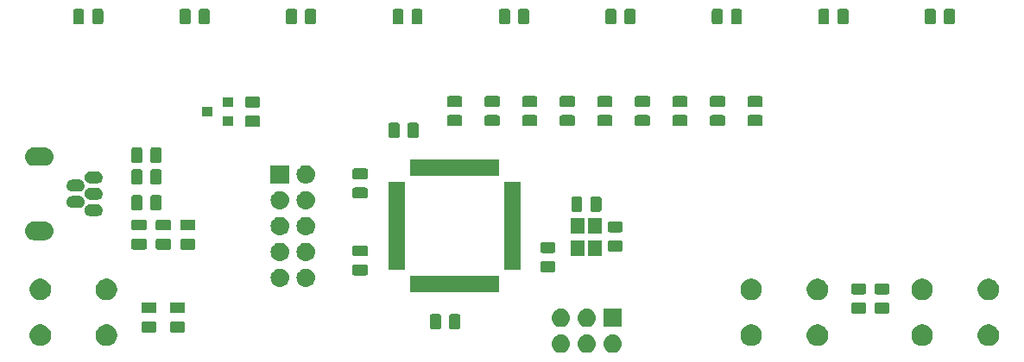
<source format=gbr>
G04 #@! TF.GenerationSoftware,KiCad,Pcbnew,(5.1.2)-2*
G04 #@! TF.CreationDate,2020-08-30T00:43:24-04:00*
G04 #@! TF.ProjectId,Scanner1,5363616e-6e65-4723-912e-6b696361645f,rev?*
G04 #@! TF.SameCoordinates,Original*
G04 #@! TF.FileFunction,Soldermask,Top*
G04 #@! TF.FilePolarity,Negative*
%FSLAX46Y46*%
G04 Gerber Fmt 4.6, Leading zero omitted, Abs format (unit mm)*
G04 Created by KiCad (PCBNEW (5.1.2)-2) date 2020-08-30 00:43:24*
%MOMM*%
%LPD*%
G04 APERTURE LIST*
%ADD10C,0.100000*%
G04 APERTURE END LIST*
D10*
G36*
X183752442Y-92831518D02*
G01*
X183818627Y-92838037D01*
X183988466Y-92889557D01*
X184144991Y-92973222D01*
X184172154Y-92995514D01*
X184282186Y-93085814D01*
X184365448Y-93187271D01*
X184394778Y-93223009D01*
X184478443Y-93379534D01*
X184529963Y-93549373D01*
X184547359Y-93726000D01*
X184529963Y-93902627D01*
X184478443Y-94072466D01*
X184394778Y-94228991D01*
X184365448Y-94264729D01*
X184282186Y-94366186D01*
X184180729Y-94449448D01*
X184144991Y-94478778D01*
X183988466Y-94562443D01*
X183818627Y-94613963D01*
X183752443Y-94620481D01*
X183686260Y-94627000D01*
X183597740Y-94627000D01*
X183531557Y-94620481D01*
X183465373Y-94613963D01*
X183295534Y-94562443D01*
X183139009Y-94478778D01*
X183103271Y-94449448D01*
X183001814Y-94366186D01*
X182918552Y-94264729D01*
X182889222Y-94228991D01*
X182805557Y-94072466D01*
X182754037Y-93902627D01*
X182736641Y-93726000D01*
X182754037Y-93549373D01*
X182805557Y-93379534D01*
X182889222Y-93223009D01*
X182918552Y-93187271D01*
X183001814Y-93085814D01*
X183111846Y-92995514D01*
X183139009Y-92973222D01*
X183295534Y-92889557D01*
X183465373Y-92838037D01*
X183531558Y-92831518D01*
X183597740Y-92825000D01*
X183686260Y-92825000D01*
X183752442Y-92831518D01*
X183752442Y-92831518D01*
G37*
G36*
X186292442Y-92831518D02*
G01*
X186358627Y-92838037D01*
X186528466Y-92889557D01*
X186684991Y-92973222D01*
X186712154Y-92995514D01*
X186822186Y-93085814D01*
X186905448Y-93187271D01*
X186934778Y-93223009D01*
X187018443Y-93379534D01*
X187069963Y-93549373D01*
X187087359Y-93726000D01*
X187069963Y-93902627D01*
X187018443Y-94072466D01*
X186934778Y-94228991D01*
X186905448Y-94264729D01*
X186822186Y-94366186D01*
X186720729Y-94449448D01*
X186684991Y-94478778D01*
X186528466Y-94562443D01*
X186358627Y-94613963D01*
X186292443Y-94620481D01*
X186226260Y-94627000D01*
X186137740Y-94627000D01*
X186071557Y-94620481D01*
X186005373Y-94613963D01*
X185835534Y-94562443D01*
X185679009Y-94478778D01*
X185643271Y-94449448D01*
X185541814Y-94366186D01*
X185458552Y-94264729D01*
X185429222Y-94228991D01*
X185345557Y-94072466D01*
X185294037Y-93902627D01*
X185276641Y-93726000D01*
X185294037Y-93549373D01*
X185345557Y-93379534D01*
X185429222Y-93223009D01*
X185458552Y-93187271D01*
X185541814Y-93085814D01*
X185651846Y-92995514D01*
X185679009Y-92973222D01*
X185835534Y-92889557D01*
X186005373Y-92838037D01*
X186071558Y-92831518D01*
X186137740Y-92825000D01*
X186226260Y-92825000D01*
X186292442Y-92831518D01*
X186292442Y-92831518D01*
G37*
G36*
X188832442Y-92831518D02*
G01*
X188898627Y-92838037D01*
X189068466Y-92889557D01*
X189224991Y-92973222D01*
X189252154Y-92995514D01*
X189362186Y-93085814D01*
X189445448Y-93187271D01*
X189474778Y-93223009D01*
X189558443Y-93379534D01*
X189609963Y-93549373D01*
X189627359Y-93726000D01*
X189609963Y-93902627D01*
X189558443Y-94072466D01*
X189474778Y-94228991D01*
X189445448Y-94264729D01*
X189362186Y-94366186D01*
X189260729Y-94449448D01*
X189224991Y-94478778D01*
X189068466Y-94562443D01*
X188898627Y-94613963D01*
X188832443Y-94620481D01*
X188766260Y-94627000D01*
X188677740Y-94627000D01*
X188611557Y-94620481D01*
X188545373Y-94613963D01*
X188375534Y-94562443D01*
X188219009Y-94478778D01*
X188183271Y-94449448D01*
X188081814Y-94366186D01*
X187998552Y-94264729D01*
X187969222Y-94228991D01*
X187885557Y-94072466D01*
X187834037Y-93902627D01*
X187816641Y-93726000D01*
X187834037Y-93549373D01*
X187885557Y-93379534D01*
X187969222Y-93223009D01*
X187998552Y-93187271D01*
X188081814Y-93085814D01*
X188191846Y-92995514D01*
X188219009Y-92973222D01*
X188375534Y-92889557D01*
X188545373Y-92838037D01*
X188611558Y-92831518D01*
X188677740Y-92825000D01*
X188766260Y-92825000D01*
X188832442Y-92831518D01*
X188832442Y-92831518D01*
G37*
G36*
X209117564Y-91881389D02*
G01*
X209308833Y-91960615D01*
X209308835Y-91960616D01*
X209440737Y-92048750D01*
X209480973Y-92075635D01*
X209627365Y-92222027D01*
X209742385Y-92394167D01*
X209821611Y-92585436D01*
X209862000Y-92788484D01*
X209862000Y-92995516D01*
X209821611Y-93198564D01*
X209746652Y-93379532D01*
X209742384Y-93389835D01*
X209627365Y-93561973D01*
X209480973Y-93708365D01*
X209308835Y-93823384D01*
X209308834Y-93823385D01*
X209308833Y-93823385D01*
X209117564Y-93902611D01*
X208914516Y-93943000D01*
X208707484Y-93943000D01*
X208504436Y-93902611D01*
X208313167Y-93823385D01*
X208313166Y-93823385D01*
X208313165Y-93823384D01*
X208141027Y-93708365D01*
X207994635Y-93561973D01*
X207879616Y-93389835D01*
X207875348Y-93379532D01*
X207800389Y-93198564D01*
X207760000Y-92995516D01*
X207760000Y-92788484D01*
X207800389Y-92585436D01*
X207879615Y-92394167D01*
X207994635Y-92222027D01*
X208141027Y-92075635D01*
X208181263Y-92048750D01*
X208313165Y-91960616D01*
X208313167Y-91960615D01*
X208504436Y-91881389D01*
X208707484Y-91841000D01*
X208914516Y-91841000D01*
X209117564Y-91881389D01*
X209117564Y-91881389D01*
G37*
G36*
X225881564Y-91881389D02*
G01*
X226072833Y-91960615D01*
X226072835Y-91960616D01*
X226204737Y-92048750D01*
X226244973Y-92075635D01*
X226391365Y-92222027D01*
X226506385Y-92394167D01*
X226585611Y-92585436D01*
X226626000Y-92788484D01*
X226626000Y-92995516D01*
X226585611Y-93198564D01*
X226510652Y-93379532D01*
X226506384Y-93389835D01*
X226391365Y-93561973D01*
X226244973Y-93708365D01*
X226072835Y-93823384D01*
X226072834Y-93823385D01*
X226072833Y-93823385D01*
X225881564Y-93902611D01*
X225678516Y-93943000D01*
X225471484Y-93943000D01*
X225268436Y-93902611D01*
X225077167Y-93823385D01*
X225077166Y-93823385D01*
X225077165Y-93823384D01*
X224905027Y-93708365D01*
X224758635Y-93561973D01*
X224643616Y-93389835D01*
X224639348Y-93379532D01*
X224564389Y-93198564D01*
X224524000Y-92995516D01*
X224524000Y-92788484D01*
X224564389Y-92585436D01*
X224643615Y-92394167D01*
X224758635Y-92222027D01*
X224905027Y-92075635D01*
X224945263Y-92048750D01*
X225077165Y-91960616D01*
X225077167Y-91960615D01*
X225268436Y-91881389D01*
X225471484Y-91841000D01*
X225678516Y-91841000D01*
X225881564Y-91881389D01*
X225881564Y-91881389D01*
G37*
G36*
X219381564Y-91881389D02*
G01*
X219572833Y-91960615D01*
X219572835Y-91960616D01*
X219704737Y-92048750D01*
X219744973Y-92075635D01*
X219891365Y-92222027D01*
X220006385Y-92394167D01*
X220085611Y-92585436D01*
X220126000Y-92788484D01*
X220126000Y-92995516D01*
X220085611Y-93198564D01*
X220010652Y-93379532D01*
X220006384Y-93389835D01*
X219891365Y-93561973D01*
X219744973Y-93708365D01*
X219572835Y-93823384D01*
X219572834Y-93823385D01*
X219572833Y-93823385D01*
X219381564Y-93902611D01*
X219178516Y-93943000D01*
X218971484Y-93943000D01*
X218768436Y-93902611D01*
X218577167Y-93823385D01*
X218577166Y-93823385D01*
X218577165Y-93823384D01*
X218405027Y-93708365D01*
X218258635Y-93561973D01*
X218143616Y-93389835D01*
X218139348Y-93379532D01*
X218064389Y-93198564D01*
X218024000Y-92995516D01*
X218024000Y-92788484D01*
X218064389Y-92585436D01*
X218143615Y-92394167D01*
X218258635Y-92222027D01*
X218405027Y-92075635D01*
X218445263Y-92048750D01*
X218577165Y-91960616D01*
X218577167Y-91960615D01*
X218768436Y-91881389D01*
X218971484Y-91841000D01*
X219178516Y-91841000D01*
X219381564Y-91881389D01*
X219381564Y-91881389D01*
G37*
G36*
X139394564Y-91881389D02*
G01*
X139585833Y-91960615D01*
X139585835Y-91960616D01*
X139717737Y-92048750D01*
X139757973Y-92075635D01*
X139904365Y-92222027D01*
X140019385Y-92394167D01*
X140098611Y-92585436D01*
X140139000Y-92788484D01*
X140139000Y-92995516D01*
X140098611Y-93198564D01*
X140023652Y-93379532D01*
X140019384Y-93389835D01*
X139904365Y-93561973D01*
X139757973Y-93708365D01*
X139585835Y-93823384D01*
X139585834Y-93823385D01*
X139585833Y-93823385D01*
X139394564Y-93902611D01*
X139191516Y-93943000D01*
X138984484Y-93943000D01*
X138781436Y-93902611D01*
X138590167Y-93823385D01*
X138590166Y-93823385D01*
X138590165Y-93823384D01*
X138418027Y-93708365D01*
X138271635Y-93561973D01*
X138156616Y-93389835D01*
X138152348Y-93379532D01*
X138077389Y-93198564D01*
X138037000Y-92995516D01*
X138037000Y-92788484D01*
X138077389Y-92585436D01*
X138156615Y-92394167D01*
X138271635Y-92222027D01*
X138418027Y-92075635D01*
X138458263Y-92048750D01*
X138590165Y-91960616D01*
X138590167Y-91960615D01*
X138781436Y-91881389D01*
X138984484Y-91841000D01*
X139191516Y-91841000D01*
X139394564Y-91881389D01*
X139394564Y-91881389D01*
G37*
G36*
X132894564Y-91881389D02*
G01*
X133085833Y-91960615D01*
X133085835Y-91960616D01*
X133217737Y-92048750D01*
X133257973Y-92075635D01*
X133404365Y-92222027D01*
X133519385Y-92394167D01*
X133598611Y-92585436D01*
X133639000Y-92788484D01*
X133639000Y-92995516D01*
X133598611Y-93198564D01*
X133523652Y-93379532D01*
X133519384Y-93389835D01*
X133404365Y-93561973D01*
X133257973Y-93708365D01*
X133085835Y-93823384D01*
X133085834Y-93823385D01*
X133085833Y-93823385D01*
X132894564Y-93902611D01*
X132691516Y-93943000D01*
X132484484Y-93943000D01*
X132281436Y-93902611D01*
X132090167Y-93823385D01*
X132090166Y-93823385D01*
X132090165Y-93823384D01*
X131918027Y-93708365D01*
X131771635Y-93561973D01*
X131656616Y-93389835D01*
X131652348Y-93379532D01*
X131577389Y-93198564D01*
X131537000Y-92995516D01*
X131537000Y-92788484D01*
X131577389Y-92585436D01*
X131656615Y-92394167D01*
X131771635Y-92222027D01*
X131918027Y-92075635D01*
X131958263Y-92048750D01*
X132090165Y-91960616D01*
X132090167Y-91960615D01*
X132281436Y-91881389D01*
X132484484Y-91841000D01*
X132691516Y-91841000D01*
X132894564Y-91881389D01*
X132894564Y-91881389D01*
G37*
G36*
X202617564Y-91881389D02*
G01*
X202808833Y-91960615D01*
X202808835Y-91960616D01*
X202940737Y-92048750D01*
X202980973Y-92075635D01*
X203127365Y-92222027D01*
X203242385Y-92394167D01*
X203321611Y-92585436D01*
X203362000Y-92788484D01*
X203362000Y-92995516D01*
X203321611Y-93198564D01*
X203246652Y-93379532D01*
X203242384Y-93389835D01*
X203127365Y-93561973D01*
X202980973Y-93708365D01*
X202808835Y-93823384D01*
X202808834Y-93823385D01*
X202808833Y-93823385D01*
X202617564Y-93902611D01*
X202414516Y-93943000D01*
X202207484Y-93943000D01*
X202004436Y-93902611D01*
X201813167Y-93823385D01*
X201813166Y-93823385D01*
X201813165Y-93823384D01*
X201641027Y-93708365D01*
X201494635Y-93561973D01*
X201379616Y-93389835D01*
X201375348Y-93379532D01*
X201300389Y-93198564D01*
X201260000Y-92995516D01*
X201260000Y-92788484D01*
X201300389Y-92585436D01*
X201379615Y-92394167D01*
X201494635Y-92222027D01*
X201641027Y-92075635D01*
X201681263Y-92048750D01*
X201813165Y-91960616D01*
X201813167Y-91960615D01*
X202004436Y-91881389D01*
X202207484Y-91841000D01*
X202414516Y-91841000D01*
X202617564Y-91881389D01*
X202617564Y-91881389D01*
G37*
G36*
X143840468Y-91541065D02*
G01*
X143879138Y-91552796D01*
X143914777Y-91571846D01*
X143946017Y-91597483D01*
X143971654Y-91628723D01*
X143990704Y-91664362D01*
X144002435Y-91703032D01*
X144007000Y-91749388D01*
X144007000Y-92400612D01*
X144002435Y-92446968D01*
X143990704Y-92485638D01*
X143971654Y-92521277D01*
X143946017Y-92552517D01*
X143914777Y-92578154D01*
X143879138Y-92597204D01*
X143840468Y-92608935D01*
X143794112Y-92613500D01*
X142717888Y-92613500D01*
X142671532Y-92608935D01*
X142632862Y-92597204D01*
X142597223Y-92578154D01*
X142565983Y-92552517D01*
X142540346Y-92521277D01*
X142521296Y-92485638D01*
X142509565Y-92446968D01*
X142505000Y-92400612D01*
X142505000Y-91749388D01*
X142509565Y-91703032D01*
X142521296Y-91664362D01*
X142540346Y-91628723D01*
X142565983Y-91597483D01*
X142597223Y-91571846D01*
X142632862Y-91552796D01*
X142671532Y-91541065D01*
X142717888Y-91536500D01*
X143794112Y-91536500D01*
X143840468Y-91541065D01*
X143840468Y-91541065D01*
G37*
G36*
X146634468Y-91541065D02*
G01*
X146673138Y-91552796D01*
X146708777Y-91571846D01*
X146740017Y-91597483D01*
X146765654Y-91628723D01*
X146784704Y-91664362D01*
X146796435Y-91703032D01*
X146801000Y-91749388D01*
X146801000Y-92400612D01*
X146796435Y-92446968D01*
X146784704Y-92485638D01*
X146765654Y-92521277D01*
X146740017Y-92552517D01*
X146708777Y-92578154D01*
X146673138Y-92597204D01*
X146634468Y-92608935D01*
X146588112Y-92613500D01*
X145511888Y-92613500D01*
X145465532Y-92608935D01*
X145426862Y-92597204D01*
X145391223Y-92578154D01*
X145359983Y-92552517D01*
X145334346Y-92521277D01*
X145315296Y-92485638D01*
X145303565Y-92446968D01*
X145299000Y-92400612D01*
X145299000Y-91749388D01*
X145303565Y-91703032D01*
X145315296Y-91664362D01*
X145334346Y-91628723D01*
X145359983Y-91597483D01*
X145391223Y-91571846D01*
X145426862Y-91552796D01*
X145465532Y-91541065D01*
X145511888Y-91536500D01*
X146588112Y-91536500D01*
X146634468Y-91541065D01*
X146634468Y-91541065D01*
G37*
G36*
X173599968Y-90820565D02*
G01*
X173638638Y-90832296D01*
X173674277Y-90851346D01*
X173705517Y-90876983D01*
X173731154Y-90908223D01*
X173750204Y-90943862D01*
X173761935Y-90982532D01*
X173766500Y-91028888D01*
X173766500Y-92105112D01*
X173761935Y-92151468D01*
X173750204Y-92190138D01*
X173731154Y-92225777D01*
X173705517Y-92257017D01*
X173674277Y-92282654D01*
X173638638Y-92301704D01*
X173599968Y-92313435D01*
X173553612Y-92318000D01*
X172902388Y-92318000D01*
X172856032Y-92313435D01*
X172817362Y-92301704D01*
X172781723Y-92282654D01*
X172750483Y-92257017D01*
X172724846Y-92225777D01*
X172705796Y-92190138D01*
X172694065Y-92151468D01*
X172689500Y-92105112D01*
X172689500Y-91028888D01*
X172694065Y-90982532D01*
X172705796Y-90943862D01*
X172724846Y-90908223D01*
X172750483Y-90876983D01*
X172781723Y-90851346D01*
X172817362Y-90832296D01*
X172856032Y-90820565D01*
X172902388Y-90816000D01*
X173553612Y-90816000D01*
X173599968Y-90820565D01*
X173599968Y-90820565D01*
G37*
G36*
X171724968Y-90820565D02*
G01*
X171763638Y-90832296D01*
X171799277Y-90851346D01*
X171830517Y-90876983D01*
X171856154Y-90908223D01*
X171875204Y-90943862D01*
X171886935Y-90982532D01*
X171891500Y-91028888D01*
X171891500Y-92105112D01*
X171886935Y-92151468D01*
X171875204Y-92190138D01*
X171856154Y-92225777D01*
X171830517Y-92257017D01*
X171799277Y-92282654D01*
X171763638Y-92301704D01*
X171724968Y-92313435D01*
X171678612Y-92318000D01*
X171027388Y-92318000D01*
X170981032Y-92313435D01*
X170942362Y-92301704D01*
X170906723Y-92282654D01*
X170875483Y-92257017D01*
X170849846Y-92225777D01*
X170830796Y-92190138D01*
X170819065Y-92151468D01*
X170814500Y-92105112D01*
X170814500Y-91028888D01*
X170819065Y-90982532D01*
X170830796Y-90943862D01*
X170849846Y-90908223D01*
X170875483Y-90876983D01*
X170906723Y-90851346D01*
X170942362Y-90832296D01*
X170981032Y-90820565D01*
X171027388Y-90816000D01*
X171678612Y-90816000D01*
X171724968Y-90820565D01*
X171724968Y-90820565D01*
G37*
G36*
X183752443Y-90291519D02*
G01*
X183818627Y-90298037D01*
X183988466Y-90349557D01*
X184144991Y-90433222D01*
X184180729Y-90462552D01*
X184282186Y-90545814D01*
X184350567Y-90629138D01*
X184394778Y-90683009D01*
X184478443Y-90839534D01*
X184529963Y-91009373D01*
X184547359Y-91186000D01*
X184529963Y-91362627D01*
X184478443Y-91532466D01*
X184394778Y-91688991D01*
X184365448Y-91724729D01*
X184282186Y-91826186D01*
X184180729Y-91909448D01*
X184144991Y-91938778D01*
X183988466Y-92022443D01*
X183818627Y-92073963D01*
X183752443Y-92080481D01*
X183686260Y-92087000D01*
X183597740Y-92087000D01*
X183531557Y-92080481D01*
X183465373Y-92073963D01*
X183295534Y-92022443D01*
X183139009Y-91938778D01*
X183103271Y-91909448D01*
X183001814Y-91826186D01*
X182918552Y-91724729D01*
X182889222Y-91688991D01*
X182805557Y-91532466D01*
X182754037Y-91362627D01*
X182736641Y-91186000D01*
X182754037Y-91009373D01*
X182805557Y-90839534D01*
X182889222Y-90683009D01*
X182933433Y-90629138D01*
X183001814Y-90545814D01*
X183103271Y-90462552D01*
X183139009Y-90433222D01*
X183295534Y-90349557D01*
X183465373Y-90298037D01*
X183531558Y-90291518D01*
X183597740Y-90285000D01*
X183686260Y-90285000D01*
X183752443Y-90291519D01*
X183752443Y-90291519D01*
G37*
G36*
X186292443Y-90291519D02*
G01*
X186358627Y-90298037D01*
X186528466Y-90349557D01*
X186684991Y-90433222D01*
X186720729Y-90462552D01*
X186822186Y-90545814D01*
X186890567Y-90629138D01*
X186934778Y-90683009D01*
X187018443Y-90839534D01*
X187069963Y-91009373D01*
X187087359Y-91186000D01*
X187069963Y-91362627D01*
X187018443Y-91532466D01*
X186934778Y-91688991D01*
X186905448Y-91724729D01*
X186822186Y-91826186D01*
X186720729Y-91909448D01*
X186684991Y-91938778D01*
X186528466Y-92022443D01*
X186358627Y-92073963D01*
X186292443Y-92080481D01*
X186226260Y-92087000D01*
X186137740Y-92087000D01*
X186071557Y-92080481D01*
X186005373Y-92073963D01*
X185835534Y-92022443D01*
X185679009Y-91938778D01*
X185643271Y-91909448D01*
X185541814Y-91826186D01*
X185458552Y-91724729D01*
X185429222Y-91688991D01*
X185345557Y-91532466D01*
X185294037Y-91362627D01*
X185276641Y-91186000D01*
X185294037Y-91009373D01*
X185345557Y-90839534D01*
X185429222Y-90683009D01*
X185473433Y-90629138D01*
X185541814Y-90545814D01*
X185643271Y-90462552D01*
X185679009Y-90433222D01*
X185835534Y-90349557D01*
X186005373Y-90298037D01*
X186071558Y-90291518D01*
X186137740Y-90285000D01*
X186226260Y-90285000D01*
X186292443Y-90291519D01*
X186292443Y-90291519D01*
G37*
G36*
X189623000Y-92087000D02*
G01*
X187821000Y-92087000D01*
X187821000Y-90285000D01*
X189623000Y-90285000D01*
X189623000Y-92087000D01*
X189623000Y-92087000D01*
G37*
G36*
X215722468Y-89684565D02*
G01*
X215761138Y-89696296D01*
X215796777Y-89715346D01*
X215828017Y-89740983D01*
X215853654Y-89772223D01*
X215872704Y-89807862D01*
X215884435Y-89846532D01*
X215889000Y-89892888D01*
X215889000Y-90544112D01*
X215884435Y-90590468D01*
X215872704Y-90629138D01*
X215853654Y-90664777D01*
X215828017Y-90696017D01*
X215796777Y-90721654D01*
X215761138Y-90740704D01*
X215722468Y-90752435D01*
X215676112Y-90757000D01*
X214599888Y-90757000D01*
X214553532Y-90752435D01*
X214514862Y-90740704D01*
X214479223Y-90721654D01*
X214447983Y-90696017D01*
X214422346Y-90664777D01*
X214403296Y-90629138D01*
X214391565Y-90590468D01*
X214387000Y-90544112D01*
X214387000Y-89892888D01*
X214391565Y-89846532D01*
X214403296Y-89807862D01*
X214422346Y-89772223D01*
X214447983Y-89740983D01*
X214479223Y-89715346D01*
X214514862Y-89696296D01*
X214553532Y-89684565D01*
X214599888Y-89680000D01*
X215676112Y-89680000D01*
X215722468Y-89684565D01*
X215722468Y-89684565D01*
G37*
G36*
X213436468Y-89684565D02*
G01*
X213475138Y-89696296D01*
X213510777Y-89715346D01*
X213542017Y-89740983D01*
X213567654Y-89772223D01*
X213586704Y-89807862D01*
X213598435Y-89846532D01*
X213603000Y-89892888D01*
X213603000Y-90544112D01*
X213598435Y-90590468D01*
X213586704Y-90629138D01*
X213567654Y-90664777D01*
X213542017Y-90696017D01*
X213510777Y-90721654D01*
X213475138Y-90740704D01*
X213436468Y-90752435D01*
X213390112Y-90757000D01*
X212313888Y-90757000D01*
X212267532Y-90752435D01*
X212228862Y-90740704D01*
X212193223Y-90721654D01*
X212161983Y-90696017D01*
X212136346Y-90664777D01*
X212117296Y-90629138D01*
X212105565Y-90590468D01*
X212101000Y-90544112D01*
X212101000Y-89892888D01*
X212105565Y-89846532D01*
X212117296Y-89807862D01*
X212136346Y-89772223D01*
X212161983Y-89740983D01*
X212193223Y-89715346D01*
X212228862Y-89696296D01*
X212267532Y-89684565D01*
X212313888Y-89680000D01*
X213390112Y-89680000D01*
X213436468Y-89684565D01*
X213436468Y-89684565D01*
G37*
G36*
X143840468Y-89666065D02*
G01*
X143879138Y-89677796D01*
X143914777Y-89696846D01*
X143946017Y-89722483D01*
X143971654Y-89753723D01*
X143990704Y-89789362D01*
X144002435Y-89828032D01*
X144007000Y-89874388D01*
X144007000Y-90525612D01*
X144002435Y-90571968D01*
X143990704Y-90610638D01*
X143971654Y-90646277D01*
X143946017Y-90677517D01*
X143914777Y-90703154D01*
X143879138Y-90722204D01*
X143840468Y-90733935D01*
X143794112Y-90738500D01*
X142717888Y-90738500D01*
X142671532Y-90733935D01*
X142632862Y-90722204D01*
X142597223Y-90703154D01*
X142565983Y-90677517D01*
X142540346Y-90646277D01*
X142521296Y-90610638D01*
X142509565Y-90571968D01*
X142505000Y-90525612D01*
X142505000Y-89874388D01*
X142509565Y-89828032D01*
X142521296Y-89789362D01*
X142540346Y-89753723D01*
X142565983Y-89722483D01*
X142597223Y-89696846D01*
X142632862Y-89677796D01*
X142671532Y-89666065D01*
X142717888Y-89661500D01*
X143794112Y-89661500D01*
X143840468Y-89666065D01*
X143840468Y-89666065D01*
G37*
G36*
X146634468Y-89666065D02*
G01*
X146673138Y-89677796D01*
X146708777Y-89696846D01*
X146740017Y-89722483D01*
X146765654Y-89753723D01*
X146784704Y-89789362D01*
X146796435Y-89828032D01*
X146801000Y-89874388D01*
X146801000Y-90525612D01*
X146796435Y-90571968D01*
X146784704Y-90610638D01*
X146765654Y-90646277D01*
X146740017Y-90677517D01*
X146708777Y-90703154D01*
X146673138Y-90722204D01*
X146634468Y-90733935D01*
X146588112Y-90738500D01*
X145511888Y-90738500D01*
X145465532Y-90733935D01*
X145426862Y-90722204D01*
X145391223Y-90703154D01*
X145359983Y-90677517D01*
X145334346Y-90646277D01*
X145315296Y-90610638D01*
X145303565Y-90571968D01*
X145299000Y-90525612D01*
X145299000Y-89874388D01*
X145303565Y-89828032D01*
X145315296Y-89789362D01*
X145334346Y-89753723D01*
X145359983Y-89722483D01*
X145391223Y-89696846D01*
X145426862Y-89677796D01*
X145465532Y-89666065D01*
X145511888Y-89661500D01*
X146588112Y-89661500D01*
X146634468Y-89666065D01*
X146634468Y-89666065D01*
G37*
G36*
X139394564Y-87381389D02*
G01*
X139585833Y-87460615D01*
X139585835Y-87460616D01*
X139757973Y-87575635D01*
X139904365Y-87722027D01*
X140019385Y-87894167D01*
X140098611Y-88085436D01*
X140139000Y-88288484D01*
X140139000Y-88495516D01*
X140098611Y-88698564D01*
X140019385Y-88889833D01*
X140019384Y-88889835D01*
X139904365Y-89061973D01*
X139757973Y-89208365D01*
X139585835Y-89323384D01*
X139585834Y-89323385D01*
X139585833Y-89323385D01*
X139394564Y-89402611D01*
X139191516Y-89443000D01*
X138984484Y-89443000D01*
X138781436Y-89402611D01*
X138590167Y-89323385D01*
X138590166Y-89323385D01*
X138590165Y-89323384D01*
X138418027Y-89208365D01*
X138271635Y-89061973D01*
X138156616Y-88889835D01*
X138156615Y-88889833D01*
X138077389Y-88698564D01*
X138037000Y-88495516D01*
X138037000Y-88288484D01*
X138077389Y-88085436D01*
X138156615Y-87894167D01*
X138271635Y-87722027D01*
X138418027Y-87575635D01*
X138590165Y-87460616D01*
X138590167Y-87460615D01*
X138781436Y-87381389D01*
X138984484Y-87341000D01*
X139191516Y-87341000D01*
X139394564Y-87381389D01*
X139394564Y-87381389D01*
G37*
G36*
X219381564Y-87381389D02*
G01*
X219572833Y-87460615D01*
X219572835Y-87460616D01*
X219744973Y-87575635D01*
X219891365Y-87722027D01*
X220006385Y-87894167D01*
X220085611Y-88085436D01*
X220126000Y-88288484D01*
X220126000Y-88495516D01*
X220085611Y-88698564D01*
X220006385Y-88889833D01*
X220006384Y-88889835D01*
X219891365Y-89061973D01*
X219744973Y-89208365D01*
X219572835Y-89323384D01*
X219572834Y-89323385D01*
X219572833Y-89323385D01*
X219381564Y-89402611D01*
X219178516Y-89443000D01*
X218971484Y-89443000D01*
X218768436Y-89402611D01*
X218577167Y-89323385D01*
X218577166Y-89323385D01*
X218577165Y-89323384D01*
X218405027Y-89208365D01*
X218258635Y-89061973D01*
X218143616Y-88889835D01*
X218143615Y-88889833D01*
X218064389Y-88698564D01*
X218024000Y-88495516D01*
X218024000Y-88288484D01*
X218064389Y-88085436D01*
X218143615Y-87894167D01*
X218258635Y-87722027D01*
X218405027Y-87575635D01*
X218577165Y-87460616D01*
X218577167Y-87460615D01*
X218768436Y-87381389D01*
X218971484Y-87341000D01*
X219178516Y-87341000D01*
X219381564Y-87381389D01*
X219381564Y-87381389D01*
G37*
G36*
X202617564Y-87381389D02*
G01*
X202808833Y-87460615D01*
X202808835Y-87460616D01*
X202980973Y-87575635D01*
X203127365Y-87722027D01*
X203242385Y-87894167D01*
X203321611Y-88085436D01*
X203362000Y-88288484D01*
X203362000Y-88495516D01*
X203321611Y-88698564D01*
X203242385Y-88889833D01*
X203242384Y-88889835D01*
X203127365Y-89061973D01*
X202980973Y-89208365D01*
X202808835Y-89323384D01*
X202808834Y-89323385D01*
X202808833Y-89323385D01*
X202617564Y-89402611D01*
X202414516Y-89443000D01*
X202207484Y-89443000D01*
X202004436Y-89402611D01*
X201813167Y-89323385D01*
X201813166Y-89323385D01*
X201813165Y-89323384D01*
X201641027Y-89208365D01*
X201494635Y-89061973D01*
X201379616Y-88889835D01*
X201379615Y-88889833D01*
X201300389Y-88698564D01*
X201260000Y-88495516D01*
X201260000Y-88288484D01*
X201300389Y-88085436D01*
X201379615Y-87894167D01*
X201494635Y-87722027D01*
X201641027Y-87575635D01*
X201813165Y-87460616D01*
X201813167Y-87460615D01*
X202004436Y-87381389D01*
X202207484Y-87341000D01*
X202414516Y-87341000D01*
X202617564Y-87381389D01*
X202617564Y-87381389D01*
G37*
G36*
X225881564Y-87381389D02*
G01*
X226072833Y-87460615D01*
X226072835Y-87460616D01*
X226244973Y-87575635D01*
X226391365Y-87722027D01*
X226506385Y-87894167D01*
X226585611Y-88085436D01*
X226626000Y-88288484D01*
X226626000Y-88495516D01*
X226585611Y-88698564D01*
X226506385Y-88889833D01*
X226506384Y-88889835D01*
X226391365Y-89061973D01*
X226244973Y-89208365D01*
X226072835Y-89323384D01*
X226072834Y-89323385D01*
X226072833Y-89323385D01*
X225881564Y-89402611D01*
X225678516Y-89443000D01*
X225471484Y-89443000D01*
X225268436Y-89402611D01*
X225077167Y-89323385D01*
X225077166Y-89323385D01*
X225077165Y-89323384D01*
X224905027Y-89208365D01*
X224758635Y-89061973D01*
X224643616Y-88889835D01*
X224643615Y-88889833D01*
X224564389Y-88698564D01*
X224524000Y-88495516D01*
X224524000Y-88288484D01*
X224564389Y-88085436D01*
X224643615Y-87894167D01*
X224758635Y-87722027D01*
X224905027Y-87575635D01*
X225077165Y-87460616D01*
X225077167Y-87460615D01*
X225268436Y-87381389D01*
X225471484Y-87341000D01*
X225678516Y-87341000D01*
X225881564Y-87381389D01*
X225881564Y-87381389D01*
G37*
G36*
X209117564Y-87381389D02*
G01*
X209308833Y-87460615D01*
X209308835Y-87460616D01*
X209480973Y-87575635D01*
X209627365Y-87722027D01*
X209742385Y-87894167D01*
X209821611Y-88085436D01*
X209862000Y-88288484D01*
X209862000Y-88495516D01*
X209821611Y-88698564D01*
X209742385Y-88889833D01*
X209742384Y-88889835D01*
X209627365Y-89061973D01*
X209480973Y-89208365D01*
X209308835Y-89323384D01*
X209308834Y-89323385D01*
X209308833Y-89323385D01*
X209117564Y-89402611D01*
X208914516Y-89443000D01*
X208707484Y-89443000D01*
X208504436Y-89402611D01*
X208313167Y-89323385D01*
X208313166Y-89323385D01*
X208313165Y-89323384D01*
X208141027Y-89208365D01*
X207994635Y-89061973D01*
X207879616Y-88889835D01*
X207879615Y-88889833D01*
X207800389Y-88698564D01*
X207760000Y-88495516D01*
X207760000Y-88288484D01*
X207800389Y-88085436D01*
X207879615Y-87894167D01*
X207994635Y-87722027D01*
X208141027Y-87575635D01*
X208313165Y-87460616D01*
X208313167Y-87460615D01*
X208504436Y-87381389D01*
X208707484Y-87341000D01*
X208914516Y-87341000D01*
X209117564Y-87381389D01*
X209117564Y-87381389D01*
G37*
G36*
X132894564Y-87381389D02*
G01*
X133085833Y-87460615D01*
X133085835Y-87460616D01*
X133257973Y-87575635D01*
X133404365Y-87722027D01*
X133519385Y-87894167D01*
X133598611Y-88085436D01*
X133639000Y-88288484D01*
X133639000Y-88495516D01*
X133598611Y-88698564D01*
X133519385Y-88889833D01*
X133519384Y-88889835D01*
X133404365Y-89061973D01*
X133257973Y-89208365D01*
X133085835Y-89323384D01*
X133085834Y-89323385D01*
X133085833Y-89323385D01*
X132894564Y-89402611D01*
X132691516Y-89443000D01*
X132484484Y-89443000D01*
X132281436Y-89402611D01*
X132090167Y-89323385D01*
X132090166Y-89323385D01*
X132090165Y-89323384D01*
X131918027Y-89208365D01*
X131771635Y-89061973D01*
X131656616Y-88889835D01*
X131656615Y-88889833D01*
X131577389Y-88698564D01*
X131537000Y-88495516D01*
X131537000Y-88288484D01*
X131577389Y-88085436D01*
X131656615Y-87894167D01*
X131771635Y-87722027D01*
X131918027Y-87575635D01*
X132090165Y-87460616D01*
X132090167Y-87460615D01*
X132281436Y-87381389D01*
X132484484Y-87341000D01*
X132691516Y-87341000D01*
X132894564Y-87381389D01*
X132894564Y-87381389D01*
G37*
G36*
X215722468Y-87809565D02*
G01*
X215761138Y-87821296D01*
X215796777Y-87840346D01*
X215828017Y-87865983D01*
X215853654Y-87897223D01*
X215872704Y-87932862D01*
X215884435Y-87971532D01*
X215889000Y-88017888D01*
X215889000Y-88669112D01*
X215884435Y-88715468D01*
X215872704Y-88754138D01*
X215853654Y-88789777D01*
X215828017Y-88821017D01*
X215796777Y-88846654D01*
X215761138Y-88865704D01*
X215722468Y-88877435D01*
X215676112Y-88882000D01*
X214599888Y-88882000D01*
X214553532Y-88877435D01*
X214514862Y-88865704D01*
X214479223Y-88846654D01*
X214447983Y-88821017D01*
X214422346Y-88789777D01*
X214403296Y-88754138D01*
X214391565Y-88715468D01*
X214387000Y-88669112D01*
X214387000Y-88017888D01*
X214391565Y-87971532D01*
X214403296Y-87932862D01*
X214422346Y-87897223D01*
X214447983Y-87865983D01*
X214479223Y-87840346D01*
X214514862Y-87821296D01*
X214553532Y-87809565D01*
X214599888Y-87805000D01*
X215676112Y-87805000D01*
X215722468Y-87809565D01*
X215722468Y-87809565D01*
G37*
G36*
X213436468Y-87809565D02*
G01*
X213475138Y-87821296D01*
X213510777Y-87840346D01*
X213542017Y-87865983D01*
X213567654Y-87897223D01*
X213586704Y-87932862D01*
X213598435Y-87971532D01*
X213603000Y-88017888D01*
X213603000Y-88669112D01*
X213598435Y-88715468D01*
X213586704Y-88754138D01*
X213567654Y-88789777D01*
X213542017Y-88821017D01*
X213510777Y-88846654D01*
X213475138Y-88865704D01*
X213436468Y-88877435D01*
X213390112Y-88882000D01*
X212313888Y-88882000D01*
X212267532Y-88877435D01*
X212228862Y-88865704D01*
X212193223Y-88846654D01*
X212161983Y-88821017D01*
X212136346Y-88789777D01*
X212117296Y-88754138D01*
X212105565Y-88715468D01*
X212101000Y-88669112D01*
X212101000Y-88017888D01*
X212105565Y-87971532D01*
X212117296Y-87932862D01*
X212136346Y-87897223D01*
X212161983Y-87865983D01*
X212193223Y-87840346D01*
X212228862Y-87821296D01*
X212267532Y-87809565D01*
X212313888Y-87805000D01*
X213390112Y-87805000D01*
X213436468Y-87809565D01*
X213436468Y-87809565D01*
G37*
G36*
X177554000Y-88665000D02*
G01*
X168902000Y-88665000D01*
X168902000Y-87063000D01*
X177554000Y-87063000D01*
X177554000Y-88665000D01*
X177554000Y-88665000D01*
G37*
G36*
X158733443Y-86354519D02*
G01*
X158799627Y-86361037D01*
X158969466Y-86412557D01*
X158969468Y-86412558D01*
X159047729Y-86454390D01*
X159125991Y-86496222D01*
X159161729Y-86525552D01*
X159263186Y-86608814D01*
X159346448Y-86710271D01*
X159375778Y-86746009D01*
X159459443Y-86902534D01*
X159510963Y-87072373D01*
X159528359Y-87249000D01*
X159510963Y-87425627D01*
X159459443Y-87595466D01*
X159375778Y-87751991D01*
X159346448Y-87787729D01*
X159263186Y-87889186D01*
X159163236Y-87971212D01*
X159125991Y-88001778D01*
X159088679Y-88021722D01*
X158990407Y-88074250D01*
X158969466Y-88085443D01*
X158799627Y-88136963D01*
X158733442Y-88143482D01*
X158667260Y-88150000D01*
X158578740Y-88150000D01*
X158512558Y-88143482D01*
X158446373Y-88136963D01*
X158276534Y-88085443D01*
X158255594Y-88074250D01*
X158157321Y-88021722D01*
X158120009Y-88001778D01*
X158082764Y-87971212D01*
X157982814Y-87889186D01*
X157899552Y-87787729D01*
X157870222Y-87751991D01*
X157786557Y-87595466D01*
X157735037Y-87425627D01*
X157717641Y-87249000D01*
X157735037Y-87072373D01*
X157786557Y-86902534D01*
X157870222Y-86746009D01*
X157899552Y-86710271D01*
X157982814Y-86608814D01*
X158084271Y-86525552D01*
X158120009Y-86496222D01*
X158198271Y-86454390D01*
X158276532Y-86412558D01*
X158276534Y-86412557D01*
X158446373Y-86361037D01*
X158512557Y-86354519D01*
X158578740Y-86348000D01*
X158667260Y-86348000D01*
X158733443Y-86354519D01*
X158733443Y-86354519D01*
G37*
G36*
X156193443Y-86354519D02*
G01*
X156259627Y-86361037D01*
X156429466Y-86412557D01*
X156429468Y-86412558D01*
X156507729Y-86454390D01*
X156585991Y-86496222D01*
X156621729Y-86525552D01*
X156723186Y-86608814D01*
X156806448Y-86710271D01*
X156835778Y-86746009D01*
X156919443Y-86902534D01*
X156970963Y-87072373D01*
X156988359Y-87249000D01*
X156970963Y-87425627D01*
X156919443Y-87595466D01*
X156835778Y-87751991D01*
X156806448Y-87787729D01*
X156723186Y-87889186D01*
X156623236Y-87971212D01*
X156585991Y-88001778D01*
X156548679Y-88021722D01*
X156450407Y-88074250D01*
X156429466Y-88085443D01*
X156259627Y-88136963D01*
X156193442Y-88143482D01*
X156127260Y-88150000D01*
X156038740Y-88150000D01*
X155972558Y-88143482D01*
X155906373Y-88136963D01*
X155736534Y-88085443D01*
X155715594Y-88074250D01*
X155617321Y-88021722D01*
X155580009Y-88001778D01*
X155542764Y-87971212D01*
X155442814Y-87889186D01*
X155359552Y-87787729D01*
X155330222Y-87751991D01*
X155246557Y-87595466D01*
X155195037Y-87425627D01*
X155177641Y-87249000D01*
X155195037Y-87072373D01*
X155246557Y-86902534D01*
X155330222Y-86746009D01*
X155359552Y-86710271D01*
X155442814Y-86608814D01*
X155544271Y-86525552D01*
X155580009Y-86496222D01*
X155658271Y-86454390D01*
X155736532Y-86412558D01*
X155736534Y-86412557D01*
X155906373Y-86361037D01*
X155972557Y-86354519D01*
X156038740Y-86348000D01*
X156127260Y-86348000D01*
X156193443Y-86354519D01*
X156193443Y-86354519D01*
G37*
G36*
X164541468Y-85953065D02*
G01*
X164580138Y-85964796D01*
X164615777Y-85983846D01*
X164647017Y-86009483D01*
X164672654Y-86040723D01*
X164691704Y-86076362D01*
X164703435Y-86115032D01*
X164708000Y-86161388D01*
X164708000Y-86812612D01*
X164703435Y-86858968D01*
X164691704Y-86897638D01*
X164672654Y-86933277D01*
X164647017Y-86964517D01*
X164615777Y-86990154D01*
X164580138Y-87009204D01*
X164541468Y-87020935D01*
X164495112Y-87025500D01*
X163418888Y-87025500D01*
X163372532Y-87020935D01*
X163333862Y-87009204D01*
X163298223Y-86990154D01*
X163266983Y-86964517D01*
X163241346Y-86933277D01*
X163222296Y-86897638D01*
X163210565Y-86858968D01*
X163206000Y-86812612D01*
X163206000Y-86161388D01*
X163210565Y-86115032D01*
X163222296Y-86076362D01*
X163241346Y-86040723D01*
X163266983Y-86009483D01*
X163298223Y-85983846D01*
X163333862Y-85964796D01*
X163372532Y-85953065D01*
X163418888Y-85948500D01*
X164495112Y-85948500D01*
X164541468Y-85953065D01*
X164541468Y-85953065D01*
G37*
G36*
X182956468Y-85620565D02*
G01*
X182995138Y-85632296D01*
X183030777Y-85651346D01*
X183062017Y-85676983D01*
X183087654Y-85708223D01*
X183106704Y-85743862D01*
X183118435Y-85782532D01*
X183123000Y-85828888D01*
X183123000Y-86480112D01*
X183118435Y-86526468D01*
X183106704Y-86565138D01*
X183087654Y-86600777D01*
X183062017Y-86632017D01*
X183030777Y-86657654D01*
X182995138Y-86676704D01*
X182956468Y-86688435D01*
X182910112Y-86693000D01*
X181833888Y-86693000D01*
X181787532Y-86688435D01*
X181748862Y-86676704D01*
X181713223Y-86657654D01*
X181681983Y-86632017D01*
X181656346Y-86600777D01*
X181637296Y-86565138D01*
X181625565Y-86526468D01*
X181621000Y-86480112D01*
X181621000Y-85828888D01*
X181625565Y-85782532D01*
X181637296Y-85743862D01*
X181656346Y-85708223D01*
X181681983Y-85676983D01*
X181713223Y-85651346D01*
X181748862Y-85632296D01*
X181787532Y-85620565D01*
X181833888Y-85616000D01*
X182910112Y-85616000D01*
X182956468Y-85620565D01*
X182956468Y-85620565D01*
G37*
G36*
X168329000Y-86490000D02*
G01*
X166727000Y-86490000D01*
X166727000Y-77838000D01*
X168329000Y-77838000D01*
X168329000Y-86490000D01*
X168329000Y-86490000D01*
G37*
G36*
X179729000Y-86490000D02*
G01*
X178127000Y-86490000D01*
X178127000Y-77838000D01*
X179729000Y-77838000D01*
X179729000Y-86490000D01*
X179729000Y-86490000D01*
G37*
G36*
X158733442Y-83814518D02*
G01*
X158799627Y-83821037D01*
X158969466Y-83872557D01*
X159125991Y-83956222D01*
X159161729Y-83985552D01*
X159263186Y-84068814D01*
X159317078Y-84134483D01*
X159375778Y-84206009D01*
X159459443Y-84362534D01*
X159510963Y-84532373D01*
X159528359Y-84709000D01*
X159510963Y-84885627D01*
X159469401Y-85022638D01*
X159459442Y-85055468D01*
X159450798Y-85071639D01*
X159375778Y-85211991D01*
X159346448Y-85247729D01*
X159263186Y-85349186D01*
X159161729Y-85432448D01*
X159125991Y-85461778D01*
X158969466Y-85545443D01*
X158799627Y-85596963D01*
X158733443Y-85603481D01*
X158667260Y-85610000D01*
X158578740Y-85610000D01*
X158512557Y-85603481D01*
X158446373Y-85596963D01*
X158276534Y-85545443D01*
X158120009Y-85461778D01*
X158084271Y-85432448D01*
X157982814Y-85349186D01*
X157899552Y-85247729D01*
X157870222Y-85211991D01*
X157795202Y-85071639D01*
X157786558Y-85055468D01*
X157776599Y-85022638D01*
X157735037Y-84885627D01*
X157717641Y-84709000D01*
X157735037Y-84532373D01*
X157786557Y-84362534D01*
X157870222Y-84206009D01*
X157928922Y-84134483D01*
X157982814Y-84068814D01*
X158084271Y-83985552D01*
X158120009Y-83956222D01*
X158276534Y-83872557D01*
X158446373Y-83821037D01*
X158512558Y-83814518D01*
X158578740Y-83808000D01*
X158667260Y-83808000D01*
X158733442Y-83814518D01*
X158733442Y-83814518D01*
G37*
G36*
X156193442Y-83814518D02*
G01*
X156259627Y-83821037D01*
X156429466Y-83872557D01*
X156585991Y-83956222D01*
X156621729Y-83985552D01*
X156723186Y-84068814D01*
X156777078Y-84134483D01*
X156835778Y-84206009D01*
X156919443Y-84362534D01*
X156970963Y-84532373D01*
X156988359Y-84709000D01*
X156970963Y-84885627D01*
X156929401Y-85022638D01*
X156919442Y-85055468D01*
X156910798Y-85071639D01*
X156835778Y-85211991D01*
X156806448Y-85247729D01*
X156723186Y-85349186D01*
X156621729Y-85432448D01*
X156585991Y-85461778D01*
X156429466Y-85545443D01*
X156259627Y-85596963D01*
X156193443Y-85603481D01*
X156127260Y-85610000D01*
X156038740Y-85610000D01*
X155972557Y-85603481D01*
X155906373Y-85596963D01*
X155736534Y-85545443D01*
X155580009Y-85461778D01*
X155544271Y-85432448D01*
X155442814Y-85349186D01*
X155359552Y-85247729D01*
X155330222Y-85211991D01*
X155255202Y-85071639D01*
X155246558Y-85055468D01*
X155236599Y-85022638D01*
X155195037Y-84885627D01*
X155177641Y-84709000D01*
X155195037Y-84532373D01*
X155246557Y-84362534D01*
X155330222Y-84206009D01*
X155388922Y-84134483D01*
X155442814Y-84068814D01*
X155544271Y-83985552D01*
X155580009Y-83956222D01*
X155736534Y-83872557D01*
X155906373Y-83821037D01*
X155972558Y-83814518D01*
X156038740Y-83808000D01*
X156127260Y-83808000D01*
X156193442Y-83814518D01*
X156193442Y-83814518D01*
G37*
G36*
X164541468Y-84078065D02*
G01*
X164580138Y-84089796D01*
X164615777Y-84108846D01*
X164647017Y-84134483D01*
X164672654Y-84165723D01*
X164691704Y-84201362D01*
X164703435Y-84240032D01*
X164708000Y-84286388D01*
X164708000Y-84937612D01*
X164703435Y-84983968D01*
X164691704Y-85022638D01*
X164672654Y-85058277D01*
X164647017Y-85089517D01*
X164615777Y-85115154D01*
X164580138Y-85134204D01*
X164541468Y-85145935D01*
X164495112Y-85150500D01*
X163418888Y-85150500D01*
X163372532Y-85145935D01*
X163333862Y-85134204D01*
X163298223Y-85115154D01*
X163266983Y-85089517D01*
X163241346Y-85058277D01*
X163222296Y-85022638D01*
X163210565Y-84983968D01*
X163206000Y-84937612D01*
X163206000Y-84286388D01*
X163210565Y-84240032D01*
X163222296Y-84201362D01*
X163241346Y-84165723D01*
X163266983Y-84134483D01*
X163298223Y-84108846D01*
X163333862Y-84089796D01*
X163372532Y-84078065D01*
X163418888Y-84073500D01*
X164495112Y-84073500D01*
X164541468Y-84078065D01*
X164541468Y-84078065D01*
G37*
G36*
X187644000Y-85079000D02*
G01*
X186342000Y-85079000D01*
X186342000Y-83577000D01*
X187644000Y-83577000D01*
X187644000Y-85079000D01*
X187644000Y-85079000D01*
G37*
G36*
X185944000Y-85079000D02*
G01*
X184642000Y-85079000D01*
X184642000Y-83577000D01*
X185944000Y-83577000D01*
X185944000Y-85079000D01*
X185944000Y-85079000D01*
G37*
G36*
X182956468Y-83745565D02*
G01*
X182995138Y-83757296D01*
X183030777Y-83776346D01*
X183062017Y-83801983D01*
X183087654Y-83833223D01*
X183106704Y-83868862D01*
X183118435Y-83907532D01*
X183123000Y-83953888D01*
X183123000Y-84605112D01*
X183118435Y-84651468D01*
X183106704Y-84690138D01*
X183087654Y-84725777D01*
X183062017Y-84757017D01*
X183030777Y-84782654D01*
X182995138Y-84801704D01*
X182956468Y-84813435D01*
X182910112Y-84818000D01*
X181833888Y-84818000D01*
X181787532Y-84813435D01*
X181748862Y-84801704D01*
X181713223Y-84782654D01*
X181681983Y-84757017D01*
X181656346Y-84725777D01*
X181637296Y-84690138D01*
X181625565Y-84651468D01*
X181621000Y-84605112D01*
X181621000Y-83953888D01*
X181625565Y-83907532D01*
X181637296Y-83868862D01*
X181656346Y-83833223D01*
X181681983Y-83801983D01*
X181713223Y-83776346D01*
X181748862Y-83757296D01*
X181787532Y-83745565D01*
X181833888Y-83741000D01*
X182910112Y-83741000D01*
X182956468Y-83745565D01*
X182956468Y-83745565D01*
G37*
G36*
X189560468Y-83588565D02*
G01*
X189599138Y-83600296D01*
X189634777Y-83619346D01*
X189666017Y-83644983D01*
X189691654Y-83676223D01*
X189710704Y-83711862D01*
X189722435Y-83750532D01*
X189727000Y-83796888D01*
X189727000Y-84448112D01*
X189722435Y-84494468D01*
X189710704Y-84533138D01*
X189691654Y-84568777D01*
X189666017Y-84600017D01*
X189634777Y-84625654D01*
X189599138Y-84644704D01*
X189560468Y-84656435D01*
X189514112Y-84661000D01*
X188437888Y-84661000D01*
X188391532Y-84656435D01*
X188352862Y-84644704D01*
X188317223Y-84625654D01*
X188285983Y-84600017D01*
X188260346Y-84568777D01*
X188241296Y-84533138D01*
X188229565Y-84494468D01*
X188225000Y-84448112D01*
X188225000Y-83796888D01*
X188229565Y-83750532D01*
X188241296Y-83711862D01*
X188260346Y-83676223D01*
X188285983Y-83644983D01*
X188317223Y-83619346D01*
X188352862Y-83600296D01*
X188391532Y-83588565D01*
X188437888Y-83584000D01*
X189514112Y-83584000D01*
X189560468Y-83588565D01*
X189560468Y-83588565D01*
G37*
G36*
X142856468Y-83413065D02*
G01*
X142895138Y-83424796D01*
X142930777Y-83443846D01*
X142962017Y-83469483D01*
X142987654Y-83500723D01*
X143006704Y-83536362D01*
X143018435Y-83575032D01*
X143023000Y-83621388D01*
X143023000Y-84272612D01*
X143018435Y-84318968D01*
X143006704Y-84357638D01*
X142987654Y-84393277D01*
X142962017Y-84424517D01*
X142930777Y-84450154D01*
X142895138Y-84469204D01*
X142856468Y-84480935D01*
X142810112Y-84485500D01*
X141733888Y-84485500D01*
X141687532Y-84480935D01*
X141648862Y-84469204D01*
X141613223Y-84450154D01*
X141581983Y-84424517D01*
X141556346Y-84393277D01*
X141537296Y-84357638D01*
X141525565Y-84318968D01*
X141521000Y-84272612D01*
X141521000Y-83621388D01*
X141525565Y-83575032D01*
X141537296Y-83536362D01*
X141556346Y-83500723D01*
X141581983Y-83469483D01*
X141613223Y-83443846D01*
X141648862Y-83424796D01*
X141687532Y-83413065D01*
X141733888Y-83408500D01*
X142810112Y-83408500D01*
X142856468Y-83413065D01*
X142856468Y-83413065D01*
G37*
G36*
X145253468Y-83413065D02*
G01*
X145292138Y-83424796D01*
X145327777Y-83443846D01*
X145359017Y-83469483D01*
X145384654Y-83500723D01*
X145403704Y-83536362D01*
X145415435Y-83575032D01*
X145420000Y-83621388D01*
X145420000Y-84272612D01*
X145415435Y-84318968D01*
X145403704Y-84357638D01*
X145384654Y-84393277D01*
X145359017Y-84424517D01*
X145327777Y-84450154D01*
X145292138Y-84469204D01*
X145253468Y-84480935D01*
X145207112Y-84485500D01*
X144130888Y-84485500D01*
X144084532Y-84480935D01*
X144045862Y-84469204D01*
X144010223Y-84450154D01*
X143978983Y-84424517D01*
X143953346Y-84393277D01*
X143934296Y-84357638D01*
X143922565Y-84318968D01*
X143918000Y-84272612D01*
X143918000Y-83621388D01*
X143922565Y-83575032D01*
X143934296Y-83536362D01*
X143953346Y-83500723D01*
X143978983Y-83469483D01*
X144010223Y-83443846D01*
X144045862Y-83424796D01*
X144084532Y-83413065D01*
X144130888Y-83408500D01*
X145207112Y-83408500D01*
X145253468Y-83413065D01*
X145253468Y-83413065D01*
G37*
G36*
X147650468Y-83413065D02*
G01*
X147689138Y-83424796D01*
X147724777Y-83443846D01*
X147756017Y-83469483D01*
X147781654Y-83500723D01*
X147800704Y-83536362D01*
X147812435Y-83575032D01*
X147817000Y-83621388D01*
X147817000Y-84272612D01*
X147812435Y-84318968D01*
X147800704Y-84357638D01*
X147781654Y-84393277D01*
X147756017Y-84424517D01*
X147724777Y-84450154D01*
X147689138Y-84469204D01*
X147650468Y-84480935D01*
X147604112Y-84485500D01*
X146527888Y-84485500D01*
X146481532Y-84480935D01*
X146442862Y-84469204D01*
X146407223Y-84450154D01*
X146375983Y-84424517D01*
X146350346Y-84393277D01*
X146331296Y-84357638D01*
X146319565Y-84318968D01*
X146315000Y-84272612D01*
X146315000Y-83621388D01*
X146319565Y-83575032D01*
X146331296Y-83536362D01*
X146350346Y-83500723D01*
X146375983Y-83469483D01*
X146407223Y-83443846D01*
X146442862Y-83424796D01*
X146481532Y-83413065D01*
X146527888Y-83408500D01*
X147604112Y-83408500D01*
X147650468Y-83413065D01*
X147650468Y-83413065D01*
G37*
G36*
X133101443Y-81749519D02*
G01*
X133167627Y-81756037D01*
X133337466Y-81807557D01*
X133493991Y-81891222D01*
X133529729Y-81920552D01*
X133631186Y-82003814D01*
X133714448Y-82105271D01*
X133743778Y-82141009D01*
X133827443Y-82297534D01*
X133878963Y-82467373D01*
X133896359Y-82644000D01*
X133878963Y-82820627D01*
X133827443Y-82990466D01*
X133743778Y-83146991D01*
X133714448Y-83182729D01*
X133631186Y-83284186D01*
X133529729Y-83367448D01*
X133493991Y-83396778D01*
X133337466Y-83480443D01*
X133167627Y-83531963D01*
X133122962Y-83536362D01*
X133035260Y-83545000D01*
X131946740Y-83545000D01*
X131859038Y-83536362D01*
X131814373Y-83531963D01*
X131644534Y-83480443D01*
X131488009Y-83396778D01*
X131452271Y-83367448D01*
X131350814Y-83284186D01*
X131267552Y-83182729D01*
X131238222Y-83146991D01*
X131154557Y-82990466D01*
X131103037Y-82820627D01*
X131085641Y-82644000D01*
X131103037Y-82467373D01*
X131154557Y-82297534D01*
X131238222Y-82141009D01*
X131267552Y-82105271D01*
X131350814Y-82003814D01*
X131452271Y-81920552D01*
X131488009Y-81891222D01*
X131644534Y-81807557D01*
X131814373Y-81756037D01*
X131880557Y-81749519D01*
X131946740Y-81743000D01*
X133035260Y-81743000D01*
X133101443Y-81749519D01*
X133101443Y-81749519D01*
G37*
G36*
X156193443Y-81274519D02*
G01*
X156259627Y-81281037D01*
X156429466Y-81332557D01*
X156585991Y-81416222D01*
X156621729Y-81445552D01*
X156723186Y-81528814D01*
X156777078Y-81594483D01*
X156835778Y-81666009D01*
X156919443Y-81822534D01*
X156970963Y-81992373D01*
X156988359Y-82169000D01*
X156970963Y-82345627D01*
X156934031Y-82467375D01*
X156919442Y-82515468D01*
X156910798Y-82531639D01*
X156835778Y-82671991D01*
X156806933Y-82707139D01*
X156723186Y-82809186D01*
X156638116Y-82879000D01*
X156585991Y-82921778D01*
X156429466Y-83005443D01*
X156259627Y-83056963D01*
X156193442Y-83063482D01*
X156127260Y-83070000D01*
X156038740Y-83070000D01*
X155972558Y-83063482D01*
X155906373Y-83056963D01*
X155736534Y-83005443D01*
X155580009Y-82921778D01*
X155527884Y-82879000D01*
X155442814Y-82809186D01*
X155359067Y-82707139D01*
X155330222Y-82671991D01*
X155255202Y-82531639D01*
X155246558Y-82515468D01*
X155231969Y-82467375D01*
X155195037Y-82345627D01*
X155177641Y-82169000D01*
X155195037Y-81992373D01*
X155246557Y-81822534D01*
X155330222Y-81666009D01*
X155388922Y-81594483D01*
X155442814Y-81528814D01*
X155544271Y-81445552D01*
X155580009Y-81416222D01*
X155736534Y-81332557D01*
X155906373Y-81281037D01*
X155972557Y-81274519D01*
X156038740Y-81268000D01*
X156127260Y-81268000D01*
X156193443Y-81274519D01*
X156193443Y-81274519D01*
G37*
G36*
X158733443Y-81274519D02*
G01*
X158799627Y-81281037D01*
X158969466Y-81332557D01*
X159125991Y-81416222D01*
X159161729Y-81445552D01*
X159263186Y-81528814D01*
X159317078Y-81594483D01*
X159375778Y-81666009D01*
X159459443Y-81822534D01*
X159510963Y-81992373D01*
X159528359Y-82169000D01*
X159510963Y-82345627D01*
X159474031Y-82467375D01*
X159459442Y-82515468D01*
X159450798Y-82531639D01*
X159375778Y-82671991D01*
X159346933Y-82707139D01*
X159263186Y-82809186D01*
X159178116Y-82879000D01*
X159125991Y-82921778D01*
X158969466Y-83005443D01*
X158799627Y-83056963D01*
X158733442Y-83063482D01*
X158667260Y-83070000D01*
X158578740Y-83070000D01*
X158512558Y-83063482D01*
X158446373Y-83056963D01*
X158276534Y-83005443D01*
X158120009Y-82921778D01*
X158067884Y-82879000D01*
X157982814Y-82809186D01*
X157899067Y-82707139D01*
X157870222Y-82671991D01*
X157795202Y-82531639D01*
X157786558Y-82515468D01*
X157771969Y-82467375D01*
X157735037Y-82345627D01*
X157717641Y-82169000D01*
X157735037Y-81992373D01*
X157786557Y-81822534D01*
X157870222Y-81666009D01*
X157928922Y-81594483D01*
X157982814Y-81528814D01*
X158084271Y-81445552D01*
X158120009Y-81416222D01*
X158276534Y-81332557D01*
X158446373Y-81281037D01*
X158512557Y-81274519D01*
X158578740Y-81268000D01*
X158667260Y-81268000D01*
X158733443Y-81274519D01*
X158733443Y-81274519D01*
G37*
G36*
X187644000Y-82879000D02*
G01*
X186342000Y-82879000D01*
X186342000Y-81377000D01*
X187644000Y-81377000D01*
X187644000Y-82879000D01*
X187644000Y-82879000D01*
G37*
G36*
X185944000Y-82879000D02*
G01*
X184642000Y-82879000D01*
X184642000Y-81377000D01*
X185944000Y-81377000D01*
X185944000Y-82879000D01*
X185944000Y-82879000D01*
G37*
G36*
X189560468Y-81713565D02*
G01*
X189599138Y-81725296D01*
X189634777Y-81744346D01*
X189666017Y-81769983D01*
X189691654Y-81801223D01*
X189710704Y-81836862D01*
X189722435Y-81875532D01*
X189727000Y-81921888D01*
X189727000Y-82573112D01*
X189722435Y-82619468D01*
X189710704Y-82658138D01*
X189691654Y-82693777D01*
X189666017Y-82725017D01*
X189634777Y-82750654D01*
X189599138Y-82769704D01*
X189560468Y-82781435D01*
X189514112Y-82786000D01*
X188437888Y-82786000D01*
X188391532Y-82781435D01*
X188352862Y-82769704D01*
X188317223Y-82750654D01*
X188285983Y-82725017D01*
X188260346Y-82693777D01*
X188241296Y-82658138D01*
X188229565Y-82619468D01*
X188225000Y-82573112D01*
X188225000Y-81921888D01*
X188229565Y-81875532D01*
X188241296Y-81836862D01*
X188260346Y-81801223D01*
X188285983Y-81769983D01*
X188317223Y-81744346D01*
X188352862Y-81725296D01*
X188391532Y-81713565D01*
X188437888Y-81709000D01*
X189514112Y-81709000D01*
X189560468Y-81713565D01*
X189560468Y-81713565D01*
G37*
G36*
X147650468Y-81538065D02*
G01*
X147689138Y-81549796D01*
X147724777Y-81568846D01*
X147756017Y-81594483D01*
X147781654Y-81625723D01*
X147800704Y-81661362D01*
X147812435Y-81700032D01*
X147817000Y-81746388D01*
X147817000Y-82397612D01*
X147812435Y-82443968D01*
X147800704Y-82482638D01*
X147781654Y-82518277D01*
X147756017Y-82549517D01*
X147724777Y-82575154D01*
X147689138Y-82594204D01*
X147650468Y-82605935D01*
X147604112Y-82610500D01*
X146527888Y-82610500D01*
X146481532Y-82605935D01*
X146442862Y-82594204D01*
X146407223Y-82575154D01*
X146375983Y-82549517D01*
X146350346Y-82518277D01*
X146331296Y-82482638D01*
X146319565Y-82443968D01*
X146315000Y-82397612D01*
X146315000Y-81746388D01*
X146319565Y-81700032D01*
X146331296Y-81661362D01*
X146350346Y-81625723D01*
X146375983Y-81594483D01*
X146407223Y-81568846D01*
X146442862Y-81549796D01*
X146481532Y-81538065D01*
X146527888Y-81533500D01*
X147604112Y-81533500D01*
X147650468Y-81538065D01*
X147650468Y-81538065D01*
G37*
G36*
X145253468Y-81538065D02*
G01*
X145292138Y-81549796D01*
X145327777Y-81568846D01*
X145359017Y-81594483D01*
X145384654Y-81625723D01*
X145403704Y-81661362D01*
X145415435Y-81700032D01*
X145420000Y-81746388D01*
X145420000Y-82397612D01*
X145415435Y-82443968D01*
X145403704Y-82482638D01*
X145384654Y-82518277D01*
X145359017Y-82549517D01*
X145327777Y-82575154D01*
X145292138Y-82594204D01*
X145253468Y-82605935D01*
X145207112Y-82610500D01*
X144130888Y-82610500D01*
X144084532Y-82605935D01*
X144045862Y-82594204D01*
X144010223Y-82575154D01*
X143978983Y-82549517D01*
X143953346Y-82518277D01*
X143934296Y-82482638D01*
X143922565Y-82443968D01*
X143918000Y-82397612D01*
X143918000Y-81746388D01*
X143922565Y-81700032D01*
X143934296Y-81661362D01*
X143953346Y-81625723D01*
X143978983Y-81594483D01*
X144010223Y-81568846D01*
X144045862Y-81549796D01*
X144084532Y-81538065D01*
X144130888Y-81533500D01*
X145207112Y-81533500D01*
X145253468Y-81538065D01*
X145253468Y-81538065D01*
G37*
G36*
X142856468Y-81538065D02*
G01*
X142895138Y-81549796D01*
X142930777Y-81568846D01*
X142962017Y-81594483D01*
X142987654Y-81625723D01*
X143006704Y-81661362D01*
X143018435Y-81700032D01*
X143023000Y-81746388D01*
X143023000Y-82397612D01*
X143018435Y-82443968D01*
X143006704Y-82482638D01*
X142987654Y-82518277D01*
X142962017Y-82549517D01*
X142930777Y-82575154D01*
X142895138Y-82594204D01*
X142856468Y-82605935D01*
X142810112Y-82610500D01*
X141733888Y-82610500D01*
X141687532Y-82605935D01*
X141648862Y-82594204D01*
X141613223Y-82575154D01*
X141581983Y-82549517D01*
X141556346Y-82518277D01*
X141537296Y-82482638D01*
X141525565Y-82443968D01*
X141521000Y-82397612D01*
X141521000Y-81746388D01*
X141525565Y-81700032D01*
X141537296Y-81661362D01*
X141556346Y-81625723D01*
X141581983Y-81594483D01*
X141613223Y-81568846D01*
X141648862Y-81549796D01*
X141687532Y-81538065D01*
X141733888Y-81533500D01*
X142810112Y-81533500D01*
X142856468Y-81538065D01*
X142856468Y-81538065D01*
G37*
G36*
X138208818Y-80001696D02*
G01*
X138322105Y-80036062D01*
X138426512Y-80091869D01*
X138518027Y-80166973D01*
X138593131Y-80258488D01*
X138648938Y-80362895D01*
X138683304Y-80476182D01*
X138694907Y-80594000D01*
X138683304Y-80711818D01*
X138648938Y-80825105D01*
X138593131Y-80929512D01*
X138518027Y-81021027D01*
X138426512Y-81096131D01*
X138322105Y-81151938D01*
X138208818Y-81186304D01*
X138120519Y-81195000D01*
X137511481Y-81195000D01*
X137423182Y-81186304D01*
X137309895Y-81151938D01*
X137205488Y-81096131D01*
X137113973Y-81021027D01*
X137038869Y-80929512D01*
X136983062Y-80825105D01*
X136948696Y-80711818D01*
X136937093Y-80594000D01*
X136948696Y-80476182D01*
X136983062Y-80362897D01*
X137003913Y-80323886D01*
X137013290Y-80301248D01*
X137018070Y-80277214D01*
X137018070Y-80252710D01*
X137016395Y-80244288D01*
X137024613Y-80242653D01*
X137047252Y-80233276D01*
X137067626Y-80219662D01*
X137084950Y-80202338D01*
X137113973Y-80166973D01*
X137205487Y-80091870D01*
X137205486Y-80091870D01*
X137205488Y-80091869D01*
X137309895Y-80036062D01*
X137423182Y-80001696D01*
X137511481Y-79993000D01*
X138120519Y-79993000D01*
X138208818Y-80001696D01*
X138208818Y-80001696D01*
G37*
G36*
X185577468Y-79263565D02*
G01*
X185616138Y-79275296D01*
X185651777Y-79294346D01*
X185683017Y-79319983D01*
X185708654Y-79351223D01*
X185727704Y-79386862D01*
X185739435Y-79425532D01*
X185744000Y-79471888D01*
X185744000Y-80548112D01*
X185739435Y-80594468D01*
X185727704Y-80633138D01*
X185708654Y-80668777D01*
X185683017Y-80700017D01*
X185651777Y-80725654D01*
X185616138Y-80744704D01*
X185577468Y-80756435D01*
X185531112Y-80761000D01*
X184879888Y-80761000D01*
X184833532Y-80756435D01*
X184794862Y-80744704D01*
X184759223Y-80725654D01*
X184727983Y-80700017D01*
X184702346Y-80668777D01*
X184683296Y-80633138D01*
X184671565Y-80594468D01*
X184667000Y-80548112D01*
X184667000Y-79471888D01*
X184671565Y-79425532D01*
X184683296Y-79386862D01*
X184702346Y-79351223D01*
X184727983Y-79319983D01*
X184759223Y-79294346D01*
X184794862Y-79275296D01*
X184833532Y-79263565D01*
X184879888Y-79259000D01*
X185531112Y-79259000D01*
X185577468Y-79263565D01*
X185577468Y-79263565D01*
G37*
G36*
X187452468Y-79263565D02*
G01*
X187491138Y-79275296D01*
X187526777Y-79294346D01*
X187558017Y-79319983D01*
X187583654Y-79351223D01*
X187602704Y-79386862D01*
X187614435Y-79425532D01*
X187619000Y-79471888D01*
X187619000Y-80548112D01*
X187614435Y-80594468D01*
X187602704Y-80633138D01*
X187583654Y-80668777D01*
X187558017Y-80700017D01*
X187526777Y-80725654D01*
X187491138Y-80744704D01*
X187452468Y-80756435D01*
X187406112Y-80761000D01*
X186754888Y-80761000D01*
X186708532Y-80756435D01*
X186669862Y-80744704D01*
X186634223Y-80725654D01*
X186602983Y-80700017D01*
X186577346Y-80668777D01*
X186558296Y-80633138D01*
X186546565Y-80594468D01*
X186542000Y-80548112D01*
X186542000Y-79471888D01*
X186546565Y-79425532D01*
X186558296Y-79386862D01*
X186577346Y-79351223D01*
X186602983Y-79319983D01*
X186634223Y-79294346D01*
X186669862Y-79275296D01*
X186708532Y-79263565D01*
X186754888Y-79259000D01*
X187406112Y-79259000D01*
X187452468Y-79263565D01*
X187452468Y-79263565D01*
G37*
G36*
X142436468Y-79136565D02*
G01*
X142475138Y-79148296D01*
X142510777Y-79167346D01*
X142542017Y-79192983D01*
X142567654Y-79224223D01*
X142586704Y-79259862D01*
X142598435Y-79298532D01*
X142603000Y-79344888D01*
X142603000Y-80421112D01*
X142598435Y-80467468D01*
X142586704Y-80506138D01*
X142567654Y-80541777D01*
X142542017Y-80573017D01*
X142510777Y-80598654D01*
X142475138Y-80617704D01*
X142436468Y-80629435D01*
X142390112Y-80634000D01*
X141738888Y-80634000D01*
X141692532Y-80629435D01*
X141653862Y-80617704D01*
X141618223Y-80598654D01*
X141586983Y-80573017D01*
X141561346Y-80541777D01*
X141542296Y-80506138D01*
X141530565Y-80467468D01*
X141526000Y-80421112D01*
X141526000Y-79344888D01*
X141530565Y-79298532D01*
X141542296Y-79259862D01*
X141561346Y-79224223D01*
X141586983Y-79192983D01*
X141618223Y-79167346D01*
X141653862Y-79148296D01*
X141692532Y-79136565D01*
X141738888Y-79132000D01*
X142390112Y-79132000D01*
X142436468Y-79136565D01*
X142436468Y-79136565D01*
G37*
G36*
X144311468Y-79136565D02*
G01*
X144350138Y-79148296D01*
X144385777Y-79167346D01*
X144417017Y-79192983D01*
X144442654Y-79224223D01*
X144461704Y-79259862D01*
X144473435Y-79298532D01*
X144478000Y-79344888D01*
X144478000Y-80421112D01*
X144473435Y-80467468D01*
X144461704Y-80506138D01*
X144442654Y-80541777D01*
X144417017Y-80573017D01*
X144385777Y-80598654D01*
X144350138Y-80617704D01*
X144311468Y-80629435D01*
X144265112Y-80634000D01*
X143613888Y-80634000D01*
X143567532Y-80629435D01*
X143528862Y-80617704D01*
X143493223Y-80598654D01*
X143461983Y-80573017D01*
X143436346Y-80541777D01*
X143417296Y-80506138D01*
X143405565Y-80467468D01*
X143401000Y-80421112D01*
X143401000Y-79344888D01*
X143405565Y-79298532D01*
X143417296Y-79259862D01*
X143436346Y-79224223D01*
X143461983Y-79192983D01*
X143493223Y-79167346D01*
X143528862Y-79148296D01*
X143567532Y-79136565D01*
X143613888Y-79132000D01*
X144265112Y-79132000D01*
X144311468Y-79136565D01*
X144311468Y-79136565D01*
G37*
G36*
X158733442Y-78734518D02*
G01*
X158799627Y-78741037D01*
X158969466Y-78792557D01*
X158969468Y-78792558D01*
X159047728Y-78834389D01*
X159125991Y-78876222D01*
X159161729Y-78905552D01*
X159263186Y-78988814D01*
X159346448Y-79090271D01*
X159375778Y-79126009D01*
X159375779Y-79126011D01*
X159447325Y-79259862D01*
X159459443Y-79282534D01*
X159510963Y-79452373D01*
X159528359Y-79629000D01*
X159510963Y-79805627D01*
X159459443Y-79975466D01*
X159375778Y-80131991D01*
X159364817Y-80145347D01*
X159263186Y-80269186D01*
X159162352Y-80351937D01*
X159125991Y-80381778D01*
X158969466Y-80465443D01*
X158799627Y-80516963D01*
X158733442Y-80523482D01*
X158667260Y-80530000D01*
X158578740Y-80530000D01*
X158512558Y-80523482D01*
X158446373Y-80516963D01*
X158276534Y-80465443D01*
X158120009Y-80381778D01*
X158083648Y-80351937D01*
X157982814Y-80269186D01*
X157881183Y-80145347D01*
X157870222Y-80131991D01*
X157786557Y-79975466D01*
X157735037Y-79805627D01*
X157717641Y-79629000D01*
X157735037Y-79452373D01*
X157786557Y-79282534D01*
X157798676Y-79259862D01*
X157870221Y-79126011D01*
X157870222Y-79126009D01*
X157899552Y-79090271D01*
X157982814Y-78988814D01*
X158084271Y-78905552D01*
X158120009Y-78876222D01*
X158198272Y-78834389D01*
X158276532Y-78792558D01*
X158276534Y-78792557D01*
X158446373Y-78741037D01*
X158512558Y-78734518D01*
X158578740Y-78728000D01*
X158667260Y-78728000D01*
X158733442Y-78734518D01*
X158733442Y-78734518D01*
G37*
G36*
X156193442Y-78734518D02*
G01*
X156259627Y-78741037D01*
X156429466Y-78792557D01*
X156429468Y-78792558D01*
X156507728Y-78834389D01*
X156585991Y-78876222D01*
X156621729Y-78905552D01*
X156723186Y-78988814D01*
X156806448Y-79090271D01*
X156835778Y-79126009D01*
X156835779Y-79126011D01*
X156907325Y-79259862D01*
X156919443Y-79282534D01*
X156970963Y-79452373D01*
X156988359Y-79629000D01*
X156970963Y-79805627D01*
X156919443Y-79975466D01*
X156835778Y-80131991D01*
X156824817Y-80145347D01*
X156723186Y-80269186D01*
X156622352Y-80351937D01*
X156585991Y-80381778D01*
X156429466Y-80465443D01*
X156259627Y-80516963D01*
X156193442Y-80523482D01*
X156127260Y-80530000D01*
X156038740Y-80530000D01*
X155972558Y-80523482D01*
X155906373Y-80516963D01*
X155736534Y-80465443D01*
X155580009Y-80381778D01*
X155543648Y-80351937D01*
X155442814Y-80269186D01*
X155341183Y-80145347D01*
X155330222Y-80131991D01*
X155246557Y-79975466D01*
X155195037Y-79805627D01*
X155177641Y-79629000D01*
X155195037Y-79452373D01*
X155246557Y-79282534D01*
X155258676Y-79259862D01*
X155330221Y-79126011D01*
X155330222Y-79126009D01*
X155359552Y-79090271D01*
X155442814Y-78988814D01*
X155544271Y-78905552D01*
X155580009Y-78876222D01*
X155658272Y-78834389D01*
X155736532Y-78792558D01*
X155736534Y-78792557D01*
X155906373Y-78741037D01*
X155972558Y-78734518D01*
X156038740Y-78728000D01*
X156127260Y-78728000D01*
X156193442Y-78734518D01*
X156193442Y-78734518D01*
G37*
G36*
X136458818Y-79201696D02*
G01*
X136572105Y-79236062D01*
X136676512Y-79291869D01*
X136676514Y-79291870D01*
X136676513Y-79291870D01*
X136768027Y-79366973D01*
X136797050Y-79402338D01*
X136814374Y-79419662D01*
X136834749Y-79433276D01*
X136857387Y-79442653D01*
X136865606Y-79444288D01*
X136863930Y-79452711D01*
X136863930Y-79477215D01*
X136868710Y-79501248D01*
X136878087Y-79523886D01*
X136898938Y-79562897D01*
X136933304Y-79676182D01*
X136944907Y-79794000D01*
X136933304Y-79911818D01*
X136898938Y-80025103D01*
X136878087Y-80064114D01*
X136868710Y-80086752D01*
X136863930Y-80110786D01*
X136863930Y-80135290D01*
X136865605Y-80143712D01*
X136857387Y-80145347D01*
X136834748Y-80154724D01*
X136814374Y-80168338D01*
X136797050Y-80185662D01*
X136768027Y-80221027D01*
X136699562Y-80277214D01*
X136676512Y-80296131D01*
X136572105Y-80351938D01*
X136458818Y-80386304D01*
X136370519Y-80395000D01*
X135761481Y-80395000D01*
X135673182Y-80386304D01*
X135559895Y-80351938D01*
X135455488Y-80296131D01*
X135363973Y-80221027D01*
X135288869Y-80129512D01*
X135233062Y-80025105D01*
X135198696Y-79911818D01*
X135187093Y-79794000D01*
X135198696Y-79676182D01*
X135233062Y-79562895D01*
X135288869Y-79458488D01*
X135363973Y-79366973D01*
X135455488Y-79291869D01*
X135559895Y-79236062D01*
X135673182Y-79201696D01*
X135761481Y-79193000D01*
X136370519Y-79193000D01*
X136458818Y-79201696D01*
X136458818Y-79201696D01*
G37*
G36*
X138208818Y-78401696D02*
G01*
X138322105Y-78436062D01*
X138426512Y-78491869D01*
X138518027Y-78566973D01*
X138593131Y-78658488D01*
X138648938Y-78762895D01*
X138683304Y-78876182D01*
X138694907Y-78994000D01*
X138683304Y-79111818D01*
X138648938Y-79225105D01*
X138593131Y-79329512D01*
X138518027Y-79421027D01*
X138426512Y-79496131D01*
X138322105Y-79551938D01*
X138208818Y-79586304D01*
X138120519Y-79595000D01*
X137511481Y-79595000D01*
X137423182Y-79586304D01*
X137309895Y-79551938D01*
X137205488Y-79496131D01*
X137159619Y-79458487D01*
X137113973Y-79421027D01*
X137084950Y-79385662D01*
X137067626Y-79368338D01*
X137047251Y-79354724D01*
X137024613Y-79345347D01*
X137016394Y-79343712D01*
X137018070Y-79335289D01*
X137018070Y-79310785D01*
X137013290Y-79286752D01*
X137003913Y-79264114D01*
X136983062Y-79225103D01*
X136948696Y-79111818D01*
X136937093Y-78994000D01*
X136948696Y-78876182D01*
X136983062Y-78762897D01*
X137003913Y-78723886D01*
X137013290Y-78701248D01*
X137018070Y-78677214D01*
X137018070Y-78652710D01*
X137016395Y-78644288D01*
X137024613Y-78642653D01*
X137047252Y-78633276D01*
X137067626Y-78619662D01*
X137084950Y-78602338D01*
X137113973Y-78566973D01*
X137205487Y-78491870D01*
X137205486Y-78491870D01*
X137205488Y-78491869D01*
X137309895Y-78436062D01*
X137423182Y-78401696D01*
X137511481Y-78393000D01*
X138120519Y-78393000D01*
X138208818Y-78401696D01*
X138208818Y-78401696D01*
G37*
G36*
X164541468Y-78381565D02*
G01*
X164580138Y-78393296D01*
X164615777Y-78412346D01*
X164647017Y-78437983D01*
X164672654Y-78469223D01*
X164691704Y-78504862D01*
X164703435Y-78543532D01*
X164708000Y-78589888D01*
X164708000Y-79241112D01*
X164703435Y-79287468D01*
X164691704Y-79326138D01*
X164672654Y-79361777D01*
X164647017Y-79393017D01*
X164615777Y-79418654D01*
X164580138Y-79437704D01*
X164541468Y-79449435D01*
X164495112Y-79454000D01*
X163418888Y-79454000D01*
X163372532Y-79449435D01*
X163333862Y-79437704D01*
X163298223Y-79418654D01*
X163266983Y-79393017D01*
X163241346Y-79361777D01*
X163222296Y-79326138D01*
X163210565Y-79287468D01*
X163206000Y-79241112D01*
X163206000Y-78589888D01*
X163210565Y-78543532D01*
X163222296Y-78504862D01*
X163241346Y-78469223D01*
X163266983Y-78437983D01*
X163298223Y-78412346D01*
X163333862Y-78393296D01*
X163372532Y-78381565D01*
X163418888Y-78377000D01*
X164495112Y-78377000D01*
X164541468Y-78381565D01*
X164541468Y-78381565D01*
G37*
G36*
X136458818Y-77601696D02*
G01*
X136572105Y-77636062D01*
X136676512Y-77691869D01*
X136676514Y-77691870D01*
X136676513Y-77691870D01*
X136768027Y-77766973D01*
X136797050Y-77802338D01*
X136814374Y-77819662D01*
X136834749Y-77833276D01*
X136857387Y-77842653D01*
X136865606Y-77844288D01*
X136863930Y-77852711D01*
X136863930Y-77877215D01*
X136868710Y-77901248D01*
X136878087Y-77923886D01*
X136898938Y-77962897D01*
X136933304Y-78076182D01*
X136944907Y-78194000D01*
X136933304Y-78311818D01*
X136898938Y-78425103D01*
X136878087Y-78464114D01*
X136868710Y-78486752D01*
X136863930Y-78510786D01*
X136863930Y-78535290D01*
X136865605Y-78543712D01*
X136857387Y-78545347D01*
X136834748Y-78554724D01*
X136814374Y-78568338D01*
X136797050Y-78585662D01*
X136768027Y-78621027D01*
X136722381Y-78658487D01*
X136676512Y-78696131D01*
X136572105Y-78751938D01*
X136458818Y-78786304D01*
X136370519Y-78795000D01*
X135761481Y-78795000D01*
X135673182Y-78786304D01*
X135559895Y-78751938D01*
X135455488Y-78696131D01*
X135363973Y-78621027D01*
X135288869Y-78529512D01*
X135233062Y-78425105D01*
X135198696Y-78311818D01*
X135187093Y-78194000D01*
X135198696Y-78076182D01*
X135233062Y-77962895D01*
X135288869Y-77858488D01*
X135363973Y-77766973D01*
X135455488Y-77691869D01*
X135559895Y-77636062D01*
X135673182Y-77601696D01*
X135761481Y-77593000D01*
X136370519Y-77593000D01*
X136458818Y-77601696D01*
X136458818Y-77601696D01*
G37*
G36*
X144311468Y-76596565D02*
G01*
X144350138Y-76608296D01*
X144385777Y-76627346D01*
X144417017Y-76652983D01*
X144442654Y-76684223D01*
X144461704Y-76719862D01*
X144473435Y-76758532D01*
X144478000Y-76804888D01*
X144478000Y-77881112D01*
X144473435Y-77927468D01*
X144461704Y-77966138D01*
X144442654Y-78001777D01*
X144417017Y-78033017D01*
X144385777Y-78058654D01*
X144350138Y-78077704D01*
X144311468Y-78089435D01*
X144265112Y-78094000D01*
X143613888Y-78094000D01*
X143567532Y-78089435D01*
X143528862Y-78077704D01*
X143493223Y-78058654D01*
X143461983Y-78033017D01*
X143436346Y-78001777D01*
X143417296Y-77966138D01*
X143405565Y-77927468D01*
X143401000Y-77881112D01*
X143401000Y-76804888D01*
X143405565Y-76758532D01*
X143417296Y-76719862D01*
X143436346Y-76684223D01*
X143461983Y-76652983D01*
X143493223Y-76627346D01*
X143528862Y-76608296D01*
X143567532Y-76596565D01*
X143613888Y-76592000D01*
X144265112Y-76592000D01*
X144311468Y-76596565D01*
X144311468Y-76596565D01*
G37*
G36*
X142436468Y-76596565D02*
G01*
X142475138Y-76608296D01*
X142510777Y-76627346D01*
X142542017Y-76652983D01*
X142567654Y-76684223D01*
X142586704Y-76719862D01*
X142598435Y-76758532D01*
X142603000Y-76804888D01*
X142603000Y-77881112D01*
X142598435Y-77927468D01*
X142586704Y-77966138D01*
X142567654Y-78001777D01*
X142542017Y-78033017D01*
X142510777Y-78058654D01*
X142475138Y-78077704D01*
X142436468Y-78089435D01*
X142390112Y-78094000D01*
X141738888Y-78094000D01*
X141692532Y-78089435D01*
X141653862Y-78077704D01*
X141618223Y-78058654D01*
X141586983Y-78033017D01*
X141561346Y-78001777D01*
X141542296Y-77966138D01*
X141530565Y-77927468D01*
X141526000Y-77881112D01*
X141526000Y-76804888D01*
X141530565Y-76758532D01*
X141542296Y-76719862D01*
X141561346Y-76684223D01*
X141586983Y-76652983D01*
X141618223Y-76627346D01*
X141653862Y-76608296D01*
X141692532Y-76596565D01*
X141738888Y-76592000D01*
X142390112Y-76592000D01*
X142436468Y-76596565D01*
X142436468Y-76596565D01*
G37*
G36*
X138208818Y-76801696D02*
G01*
X138322105Y-76836062D01*
X138426512Y-76891869D01*
X138518027Y-76966973D01*
X138593131Y-77058488D01*
X138648938Y-77162895D01*
X138683304Y-77276182D01*
X138694907Y-77394000D01*
X138683304Y-77511818D01*
X138648938Y-77625105D01*
X138593131Y-77729512D01*
X138518027Y-77821027D01*
X138426512Y-77896131D01*
X138322105Y-77951938D01*
X138208818Y-77986304D01*
X138120519Y-77995000D01*
X137511481Y-77995000D01*
X137423182Y-77986304D01*
X137309895Y-77951938D01*
X137205488Y-77896131D01*
X137159619Y-77858487D01*
X137113973Y-77821027D01*
X137084950Y-77785662D01*
X137067626Y-77768338D01*
X137047251Y-77754724D01*
X137024613Y-77745347D01*
X137016394Y-77743712D01*
X137018070Y-77735289D01*
X137018070Y-77710785D01*
X137013290Y-77686752D01*
X137003913Y-77664114D01*
X136983062Y-77625103D01*
X136948696Y-77511818D01*
X136937093Y-77394000D01*
X136948696Y-77276182D01*
X136983062Y-77162895D01*
X137038869Y-77058488D01*
X137113973Y-76966973D01*
X137205488Y-76891869D01*
X137309895Y-76836062D01*
X137423182Y-76801696D01*
X137511481Y-76793000D01*
X138120519Y-76793000D01*
X138208818Y-76801696D01*
X138208818Y-76801696D01*
G37*
G36*
X156984000Y-77990000D02*
G01*
X155182000Y-77990000D01*
X155182000Y-76188000D01*
X156984000Y-76188000D01*
X156984000Y-77990000D01*
X156984000Y-77990000D01*
G37*
G36*
X158733442Y-76194518D02*
G01*
X158799627Y-76201037D01*
X158969466Y-76252557D01*
X159125991Y-76336222D01*
X159161729Y-76365552D01*
X159263186Y-76448814D01*
X159335841Y-76537346D01*
X159375778Y-76586009D01*
X159381420Y-76596565D01*
X159447325Y-76719862D01*
X159459443Y-76742534D01*
X159510963Y-76912373D01*
X159528359Y-77089000D01*
X159510963Y-77265627D01*
X159466419Y-77412468D01*
X159459442Y-77435468D01*
X159424874Y-77500139D01*
X159375778Y-77591991D01*
X159367813Y-77601696D01*
X159263186Y-77729186D01*
X159174052Y-77802335D01*
X159125991Y-77841778D01*
X159125989Y-77841779D01*
X159024305Y-77896131D01*
X158969466Y-77925443D01*
X158799627Y-77976963D01*
X158733442Y-77983482D01*
X158667260Y-77990000D01*
X158578740Y-77990000D01*
X158512558Y-77983482D01*
X158446373Y-77976963D01*
X158276534Y-77925443D01*
X158221696Y-77896131D01*
X158120011Y-77841779D01*
X158120009Y-77841778D01*
X158071948Y-77802335D01*
X157982814Y-77729186D01*
X157878187Y-77601696D01*
X157870222Y-77591991D01*
X157821126Y-77500139D01*
X157786558Y-77435468D01*
X157779581Y-77412468D01*
X157735037Y-77265627D01*
X157717641Y-77089000D01*
X157735037Y-76912373D01*
X157786557Y-76742534D01*
X157798676Y-76719862D01*
X157864580Y-76596565D01*
X157870222Y-76586009D01*
X157910159Y-76537346D01*
X157982814Y-76448814D01*
X158084271Y-76365552D01*
X158120009Y-76336222D01*
X158276534Y-76252557D01*
X158446373Y-76201037D01*
X158512558Y-76194518D01*
X158578740Y-76188000D01*
X158667260Y-76188000D01*
X158733442Y-76194518D01*
X158733442Y-76194518D01*
G37*
G36*
X164541468Y-76506565D02*
G01*
X164580138Y-76518296D01*
X164615777Y-76537346D01*
X164647017Y-76562983D01*
X164672654Y-76594223D01*
X164691704Y-76629862D01*
X164703435Y-76668532D01*
X164708000Y-76714888D01*
X164708000Y-77366112D01*
X164703435Y-77412468D01*
X164691704Y-77451138D01*
X164672654Y-77486777D01*
X164647017Y-77518017D01*
X164615777Y-77543654D01*
X164580138Y-77562704D01*
X164541468Y-77574435D01*
X164495112Y-77579000D01*
X163418888Y-77579000D01*
X163372532Y-77574435D01*
X163333862Y-77562704D01*
X163298223Y-77543654D01*
X163266983Y-77518017D01*
X163241346Y-77486777D01*
X163222296Y-77451138D01*
X163210565Y-77412468D01*
X163206000Y-77366112D01*
X163206000Y-76714888D01*
X163210565Y-76668532D01*
X163222296Y-76629862D01*
X163241346Y-76594223D01*
X163266983Y-76562983D01*
X163298223Y-76537346D01*
X163333862Y-76518296D01*
X163372532Y-76506565D01*
X163418888Y-76502000D01*
X164495112Y-76502000D01*
X164541468Y-76506565D01*
X164541468Y-76506565D01*
G37*
G36*
X177554000Y-77265000D02*
G01*
X168902000Y-77265000D01*
X168902000Y-75663000D01*
X177554000Y-75663000D01*
X177554000Y-77265000D01*
X177554000Y-77265000D01*
G37*
G36*
X133101443Y-74449519D02*
G01*
X133167627Y-74456037D01*
X133337466Y-74507557D01*
X133493991Y-74591222D01*
X133529729Y-74620552D01*
X133631186Y-74703814D01*
X133714448Y-74805271D01*
X133743778Y-74841009D01*
X133827443Y-74997534D01*
X133878963Y-75167373D01*
X133896359Y-75344000D01*
X133878963Y-75520627D01*
X133827443Y-75690466D01*
X133743778Y-75846991D01*
X133714448Y-75882729D01*
X133631186Y-75984186D01*
X133529729Y-76067448D01*
X133493991Y-76096778D01*
X133337466Y-76180443D01*
X133167627Y-76231963D01*
X133101443Y-76238481D01*
X133035260Y-76245000D01*
X131946740Y-76245000D01*
X131880557Y-76238481D01*
X131814373Y-76231963D01*
X131644534Y-76180443D01*
X131488009Y-76096778D01*
X131452271Y-76067448D01*
X131350814Y-75984186D01*
X131267552Y-75882729D01*
X131238222Y-75846991D01*
X131154557Y-75690466D01*
X131103037Y-75520627D01*
X131085641Y-75344000D01*
X131103037Y-75167373D01*
X131154557Y-74997534D01*
X131238222Y-74841009D01*
X131267552Y-74805271D01*
X131350814Y-74703814D01*
X131452271Y-74620552D01*
X131488009Y-74591222D01*
X131644534Y-74507557D01*
X131814373Y-74456037D01*
X131880557Y-74449519D01*
X131946740Y-74443000D01*
X133035260Y-74443000D01*
X133101443Y-74449519D01*
X133101443Y-74449519D01*
G37*
G36*
X142436468Y-74447565D02*
G01*
X142475138Y-74459296D01*
X142510777Y-74478346D01*
X142542017Y-74503983D01*
X142567654Y-74535223D01*
X142586704Y-74570862D01*
X142598435Y-74609532D01*
X142603000Y-74655888D01*
X142603000Y-75732112D01*
X142598435Y-75778468D01*
X142586704Y-75817138D01*
X142567654Y-75852777D01*
X142542017Y-75884017D01*
X142510777Y-75909654D01*
X142475138Y-75928704D01*
X142436468Y-75940435D01*
X142390112Y-75945000D01*
X141738888Y-75945000D01*
X141692532Y-75940435D01*
X141653862Y-75928704D01*
X141618223Y-75909654D01*
X141586983Y-75884017D01*
X141561346Y-75852777D01*
X141542296Y-75817138D01*
X141530565Y-75778468D01*
X141526000Y-75732112D01*
X141526000Y-74655888D01*
X141530565Y-74609532D01*
X141542296Y-74570862D01*
X141561346Y-74535223D01*
X141586983Y-74503983D01*
X141618223Y-74478346D01*
X141653862Y-74459296D01*
X141692532Y-74447565D01*
X141738888Y-74443000D01*
X142390112Y-74443000D01*
X142436468Y-74447565D01*
X142436468Y-74447565D01*
G37*
G36*
X144311468Y-74447565D02*
G01*
X144350138Y-74459296D01*
X144385777Y-74478346D01*
X144417017Y-74503983D01*
X144442654Y-74535223D01*
X144461704Y-74570862D01*
X144473435Y-74609532D01*
X144478000Y-74655888D01*
X144478000Y-75732112D01*
X144473435Y-75778468D01*
X144461704Y-75817138D01*
X144442654Y-75852777D01*
X144417017Y-75884017D01*
X144385777Y-75909654D01*
X144350138Y-75928704D01*
X144311468Y-75940435D01*
X144265112Y-75945000D01*
X143613888Y-75945000D01*
X143567532Y-75940435D01*
X143528862Y-75928704D01*
X143493223Y-75909654D01*
X143461983Y-75884017D01*
X143436346Y-75852777D01*
X143417296Y-75817138D01*
X143405565Y-75778468D01*
X143401000Y-75732112D01*
X143401000Y-74655888D01*
X143405565Y-74609532D01*
X143417296Y-74570862D01*
X143436346Y-74535223D01*
X143461983Y-74503983D01*
X143493223Y-74478346D01*
X143528862Y-74459296D01*
X143567532Y-74447565D01*
X143613888Y-74443000D01*
X144265112Y-74443000D01*
X144311468Y-74447565D01*
X144311468Y-74447565D01*
G37*
G36*
X167642468Y-72024565D02*
G01*
X167681138Y-72036296D01*
X167716777Y-72055346D01*
X167748017Y-72080983D01*
X167773654Y-72112223D01*
X167792704Y-72147862D01*
X167804435Y-72186532D01*
X167809000Y-72232888D01*
X167809000Y-73309112D01*
X167804435Y-73355468D01*
X167792704Y-73394138D01*
X167773654Y-73429777D01*
X167748017Y-73461017D01*
X167716777Y-73486654D01*
X167681138Y-73505704D01*
X167642468Y-73517435D01*
X167596112Y-73522000D01*
X166944888Y-73522000D01*
X166898532Y-73517435D01*
X166859862Y-73505704D01*
X166824223Y-73486654D01*
X166792983Y-73461017D01*
X166767346Y-73429777D01*
X166748296Y-73394138D01*
X166736565Y-73355468D01*
X166732000Y-73309112D01*
X166732000Y-72232888D01*
X166736565Y-72186532D01*
X166748296Y-72147862D01*
X166767346Y-72112223D01*
X166792983Y-72080983D01*
X166824223Y-72055346D01*
X166859862Y-72036296D01*
X166898532Y-72024565D01*
X166944888Y-72020000D01*
X167596112Y-72020000D01*
X167642468Y-72024565D01*
X167642468Y-72024565D01*
G37*
G36*
X169517468Y-72024565D02*
G01*
X169556138Y-72036296D01*
X169591777Y-72055346D01*
X169623017Y-72080983D01*
X169648654Y-72112223D01*
X169667704Y-72147862D01*
X169679435Y-72186532D01*
X169684000Y-72232888D01*
X169684000Y-73309112D01*
X169679435Y-73355468D01*
X169667704Y-73394138D01*
X169648654Y-73429777D01*
X169623017Y-73461017D01*
X169591777Y-73486654D01*
X169556138Y-73505704D01*
X169517468Y-73517435D01*
X169471112Y-73522000D01*
X168819888Y-73522000D01*
X168773532Y-73517435D01*
X168734862Y-73505704D01*
X168699223Y-73486654D01*
X168667983Y-73461017D01*
X168642346Y-73429777D01*
X168623296Y-73394138D01*
X168611565Y-73355468D01*
X168607000Y-73309112D01*
X168607000Y-72232888D01*
X168611565Y-72186532D01*
X168623296Y-72147862D01*
X168642346Y-72112223D01*
X168667983Y-72080983D01*
X168699223Y-72055346D01*
X168734862Y-72036296D01*
X168773532Y-72024565D01*
X168819888Y-72020000D01*
X169471112Y-72020000D01*
X169517468Y-72024565D01*
X169517468Y-72024565D01*
G37*
G36*
X154000468Y-71339565D02*
G01*
X154039138Y-71351296D01*
X154074777Y-71370346D01*
X154106017Y-71395983D01*
X154131654Y-71427223D01*
X154150704Y-71462862D01*
X154162435Y-71501532D01*
X154167000Y-71547888D01*
X154167000Y-72199112D01*
X154162435Y-72245468D01*
X154150704Y-72284138D01*
X154131654Y-72319777D01*
X154106017Y-72351017D01*
X154074777Y-72376654D01*
X154039138Y-72395704D01*
X154000468Y-72407435D01*
X153954112Y-72412000D01*
X152877888Y-72412000D01*
X152831532Y-72407435D01*
X152792862Y-72395704D01*
X152757223Y-72376654D01*
X152725983Y-72351017D01*
X152700346Y-72319777D01*
X152681296Y-72284138D01*
X152669565Y-72245468D01*
X152665000Y-72199112D01*
X152665000Y-71547888D01*
X152669565Y-71501532D01*
X152681296Y-71462862D01*
X152700346Y-71427223D01*
X152725983Y-71395983D01*
X152757223Y-71370346D01*
X152792862Y-71351296D01*
X152831532Y-71339565D01*
X152877888Y-71335000D01*
X153954112Y-71335000D01*
X154000468Y-71339565D01*
X154000468Y-71339565D01*
G37*
G36*
X188544468Y-71269565D02*
G01*
X188583138Y-71281296D01*
X188618777Y-71300346D01*
X188650017Y-71325983D01*
X188675654Y-71357223D01*
X188694704Y-71392862D01*
X188706435Y-71431532D01*
X188711000Y-71477888D01*
X188711000Y-72129112D01*
X188706435Y-72175468D01*
X188694704Y-72214138D01*
X188675654Y-72249777D01*
X188650017Y-72281017D01*
X188618777Y-72306654D01*
X188583138Y-72325704D01*
X188544468Y-72337435D01*
X188498112Y-72342000D01*
X187421888Y-72342000D01*
X187375532Y-72337435D01*
X187336862Y-72325704D01*
X187301223Y-72306654D01*
X187269983Y-72281017D01*
X187244346Y-72249777D01*
X187225296Y-72214138D01*
X187213565Y-72175468D01*
X187209000Y-72129112D01*
X187209000Y-71477888D01*
X187213565Y-71431532D01*
X187225296Y-71392862D01*
X187244346Y-71357223D01*
X187269983Y-71325983D01*
X187301223Y-71300346D01*
X187336862Y-71281296D01*
X187375532Y-71269565D01*
X187421888Y-71265000D01*
X188498112Y-71265000D01*
X188544468Y-71269565D01*
X188544468Y-71269565D01*
G37*
G36*
X192227468Y-71269565D02*
G01*
X192266138Y-71281296D01*
X192301777Y-71300346D01*
X192333017Y-71325983D01*
X192358654Y-71357223D01*
X192377704Y-71392862D01*
X192389435Y-71431532D01*
X192394000Y-71477888D01*
X192394000Y-72129112D01*
X192389435Y-72175468D01*
X192377704Y-72214138D01*
X192358654Y-72249777D01*
X192333017Y-72281017D01*
X192301777Y-72306654D01*
X192266138Y-72325704D01*
X192227468Y-72337435D01*
X192181112Y-72342000D01*
X191104888Y-72342000D01*
X191058532Y-72337435D01*
X191019862Y-72325704D01*
X190984223Y-72306654D01*
X190952983Y-72281017D01*
X190927346Y-72249777D01*
X190908296Y-72214138D01*
X190896565Y-72175468D01*
X190892000Y-72129112D01*
X190892000Y-71477888D01*
X190896565Y-71431532D01*
X190908296Y-71392862D01*
X190927346Y-71357223D01*
X190952983Y-71325983D01*
X190984223Y-71300346D01*
X191019862Y-71281296D01*
X191058532Y-71269565D01*
X191104888Y-71265000D01*
X192181112Y-71265000D01*
X192227468Y-71269565D01*
X192227468Y-71269565D01*
G37*
G36*
X181178468Y-71269565D02*
G01*
X181217138Y-71281296D01*
X181252777Y-71300346D01*
X181284017Y-71325983D01*
X181309654Y-71357223D01*
X181328704Y-71392862D01*
X181340435Y-71431532D01*
X181345000Y-71477888D01*
X181345000Y-72129112D01*
X181340435Y-72175468D01*
X181328704Y-72214138D01*
X181309654Y-72249777D01*
X181284017Y-72281017D01*
X181252777Y-72306654D01*
X181217138Y-72325704D01*
X181178468Y-72337435D01*
X181132112Y-72342000D01*
X180055888Y-72342000D01*
X180009532Y-72337435D01*
X179970862Y-72325704D01*
X179935223Y-72306654D01*
X179903983Y-72281017D01*
X179878346Y-72249777D01*
X179859296Y-72214138D01*
X179847565Y-72175468D01*
X179843000Y-72129112D01*
X179843000Y-71477888D01*
X179847565Y-71431532D01*
X179859296Y-71392862D01*
X179878346Y-71357223D01*
X179903983Y-71325983D01*
X179935223Y-71300346D01*
X179970862Y-71281296D01*
X180009532Y-71269565D01*
X180055888Y-71265000D01*
X181132112Y-71265000D01*
X181178468Y-71269565D01*
X181178468Y-71269565D01*
G37*
G36*
X203276468Y-71269565D02*
G01*
X203315138Y-71281296D01*
X203350777Y-71300346D01*
X203382017Y-71325983D01*
X203407654Y-71357223D01*
X203426704Y-71392862D01*
X203438435Y-71431532D01*
X203443000Y-71477888D01*
X203443000Y-72129112D01*
X203438435Y-72175468D01*
X203426704Y-72214138D01*
X203407654Y-72249777D01*
X203382017Y-72281017D01*
X203350777Y-72306654D01*
X203315138Y-72325704D01*
X203276468Y-72337435D01*
X203230112Y-72342000D01*
X202153888Y-72342000D01*
X202107532Y-72337435D01*
X202068862Y-72325704D01*
X202033223Y-72306654D01*
X202001983Y-72281017D01*
X201976346Y-72249777D01*
X201957296Y-72214138D01*
X201945565Y-72175468D01*
X201941000Y-72129112D01*
X201941000Y-71477888D01*
X201945565Y-71431532D01*
X201957296Y-71392862D01*
X201976346Y-71357223D01*
X202001983Y-71325983D01*
X202033223Y-71300346D01*
X202068862Y-71281296D01*
X202107532Y-71269565D01*
X202153888Y-71265000D01*
X203230112Y-71265000D01*
X203276468Y-71269565D01*
X203276468Y-71269565D01*
G37*
G36*
X195910468Y-71269565D02*
G01*
X195949138Y-71281296D01*
X195984777Y-71300346D01*
X196016017Y-71325983D01*
X196041654Y-71357223D01*
X196060704Y-71392862D01*
X196072435Y-71431532D01*
X196077000Y-71477888D01*
X196077000Y-72129112D01*
X196072435Y-72175468D01*
X196060704Y-72214138D01*
X196041654Y-72249777D01*
X196016017Y-72281017D01*
X195984777Y-72306654D01*
X195949138Y-72325704D01*
X195910468Y-72337435D01*
X195864112Y-72342000D01*
X194787888Y-72342000D01*
X194741532Y-72337435D01*
X194702862Y-72325704D01*
X194667223Y-72306654D01*
X194635983Y-72281017D01*
X194610346Y-72249777D01*
X194591296Y-72214138D01*
X194579565Y-72175468D01*
X194575000Y-72129112D01*
X194575000Y-71477888D01*
X194579565Y-71431532D01*
X194591296Y-71392862D01*
X194610346Y-71357223D01*
X194635983Y-71325983D01*
X194667223Y-71300346D01*
X194702862Y-71281296D01*
X194741532Y-71269565D01*
X194787888Y-71265000D01*
X195864112Y-71265000D01*
X195910468Y-71269565D01*
X195910468Y-71269565D01*
G37*
G36*
X199593468Y-71269565D02*
G01*
X199632138Y-71281296D01*
X199667777Y-71300346D01*
X199699017Y-71325983D01*
X199724654Y-71357223D01*
X199743704Y-71392862D01*
X199755435Y-71431532D01*
X199760000Y-71477888D01*
X199760000Y-72129112D01*
X199755435Y-72175468D01*
X199743704Y-72214138D01*
X199724654Y-72249777D01*
X199699017Y-72281017D01*
X199667777Y-72306654D01*
X199632138Y-72325704D01*
X199593468Y-72337435D01*
X199547112Y-72342000D01*
X198470888Y-72342000D01*
X198424532Y-72337435D01*
X198385862Y-72325704D01*
X198350223Y-72306654D01*
X198318983Y-72281017D01*
X198293346Y-72249777D01*
X198274296Y-72214138D01*
X198262565Y-72175468D01*
X198258000Y-72129112D01*
X198258000Y-71477888D01*
X198262565Y-71431532D01*
X198274296Y-71392862D01*
X198293346Y-71357223D01*
X198318983Y-71325983D01*
X198350223Y-71300346D01*
X198385862Y-71281296D01*
X198424532Y-71269565D01*
X198470888Y-71265000D01*
X199547112Y-71265000D01*
X199593468Y-71269565D01*
X199593468Y-71269565D01*
G37*
G36*
X173812468Y-71269565D02*
G01*
X173851138Y-71281296D01*
X173886777Y-71300346D01*
X173918017Y-71325983D01*
X173943654Y-71357223D01*
X173962704Y-71392862D01*
X173974435Y-71431532D01*
X173979000Y-71477888D01*
X173979000Y-72129112D01*
X173974435Y-72175468D01*
X173962704Y-72214138D01*
X173943654Y-72249777D01*
X173918017Y-72281017D01*
X173886777Y-72306654D01*
X173851138Y-72325704D01*
X173812468Y-72337435D01*
X173766112Y-72342000D01*
X172689888Y-72342000D01*
X172643532Y-72337435D01*
X172604862Y-72325704D01*
X172569223Y-72306654D01*
X172537983Y-72281017D01*
X172512346Y-72249777D01*
X172493296Y-72214138D01*
X172481565Y-72175468D01*
X172477000Y-72129112D01*
X172477000Y-71477888D01*
X172481565Y-71431532D01*
X172493296Y-71392862D01*
X172512346Y-71357223D01*
X172537983Y-71325983D01*
X172569223Y-71300346D01*
X172604862Y-71281296D01*
X172643532Y-71269565D01*
X172689888Y-71265000D01*
X173766112Y-71265000D01*
X173812468Y-71269565D01*
X173812468Y-71269565D01*
G37*
G36*
X177495468Y-71269565D02*
G01*
X177534138Y-71281296D01*
X177569777Y-71300346D01*
X177601017Y-71325983D01*
X177626654Y-71357223D01*
X177645704Y-71392862D01*
X177657435Y-71431532D01*
X177662000Y-71477888D01*
X177662000Y-72129112D01*
X177657435Y-72175468D01*
X177645704Y-72214138D01*
X177626654Y-72249777D01*
X177601017Y-72281017D01*
X177569777Y-72306654D01*
X177534138Y-72325704D01*
X177495468Y-72337435D01*
X177449112Y-72342000D01*
X176372888Y-72342000D01*
X176326532Y-72337435D01*
X176287862Y-72325704D01*
X176252223Y-72306654D01*
X176220983Y-72281017D01*
X176195346Y-72249777D01*
X176176296Y-72214138D01*
X176164565Y-72175468D01*
X176160000Y-72129112D01*
X176160000Y-71477888D01*
X176164565Y-71431532D01*
X176176296Y-71392862D01*
X176195346Y-71357223D01*
X176220983Y-71325983D01*
X176252223Y-71300346D01*
X176287862Y-71281296D01*
X176326532Y-71269565D01*
X176372888Y-71265000D01*
X177449112Y-71265000D01*
X177495468Y-71269565D01*
X177495468Y-71269565D01*
G37*
G36*
X184861468Y-71269565D02*
G01*
X184900138Y-71281296D01*
X184935777Y-71300346D01*
X184967017Y-71325983D01*
X184992654Y-71357223D01*
X185011704Y-71392862D01*
X185023435Y-71431532D01*
X185028000Y-71477888D01*
X185028000Y-72129112D01*
X185023435Y-72175468D01*
X185011704Y-72214138D01*
X184992654Y-72249777D01*
X184967017Y-72281017D01*
X184935777Y-72306654D01*
X184900138Y-72325704D01*
X184861468Y-72337435D01*
X184815112Y-72342000D01*
X183738888Y-72342000D01*
X183692532Y-72337435D01*
X183653862Y-72325704D01*
X183618223Y-72306654D01*
X183586983Y-72281017D01*
X183561346Y-72249777D01*
X183542296Y-72214138D01*
X183530565Y-72175468D01*
X183526000Y-72129112D01*
X183526000Y-71477888D01*
X183530565Y-71431532D01*
X183542296Y-71392862D01*
X183561346Y-71357223D01*
X183586983Y-71325983D01*
X183618223Y-71300346D01*
X183653862Y-71281296D01*
X183692532Y-71269565D01*
X183738888Y-71265000D01*
X184815112Y-71265000D01*
X184861468Y-71269565D01*
X184861468Y-71269565D01*
G37*
G36*
X151488000Y-72337000D02*
G01*
X150486000Y-72337000D01*
X150486000Y-71435000D01*
X151488000Y-71435000D01*
X151488000Y-72337000D01*
X151488000Y-72337000D01*
G37*
G36*
X149488000Y-71387000D02*
G01*
X148486000Y-71387000D01*
X148486000Y-70485000D01*
X149488000Y-70485000D01*
X149488000Y-71387000D01*
X149488000Y-71387000D01*
G37*
G36*
X154000468Y-69464565D02*
G01*
X154039138Y-69476296D01*
X154074777Y-69495346D01*
X154106017Y-69520983D01*
X154131654Y-69552223D01*
X154150704Y-69587862D01*
X154162435Y-69626532D01*
X154167000Y-69672888D01*
X154167000Y-70324112D01*
X154162435Y-70370468D01*
X154150704Y-70409138D01*
X154131654Y-70444777D01*
X154106017Y-70476017D01*
X154074777Y-70501654D01*
X154039138Y-70520704D01*
X154000468Y-70532435D01*
X153954112Y-70537000D01*
X152877888Y-70537000D01*
X152831532Y-70532435D01*
X152792862Y-70520704D01*
X152757223Y-70501654D01*
X152725983Y-70476017D01*
X152700346Y-70444777D01*
X152681296Y-70409138D01*
X152669565Y-70370468D01*
X152665000Y-70324112D01*
X152665000Y-69672888D01*
X152669565Y-69626532D01*
X152681296Y-69587862D01*
X152700346Y-69552223D01*
X152725983Y-69520983D01*
X152757223Y-69495346D01*
X152792862Y-69476296D01*
X152831532Y-69464565D01*
X152877888Y-69460000D01*
X153954112Y-69460000D01*
X154000468Y-69464565D01*
X154000468Y-69464565D01*
G37*
G36*
X192227468Y-69394565D02*
G01*
X192266138Y-69406296D01*
X192301777Y-69425346D01*
X192333017Y-69450983D01*
X192358654Y-69482223D01*
X192377704Y-69517862D01*
X192389435Y-69556532D01*
X192394000Y-69602888D01*
X192394000Y-70254112D01*
X192389435Y-70300468D01*
X192377704Y-70339138D01*
X192358654Y-70374777D01*
X192333017Y-70406017D01*
X192301777Y-70431654D01*
X192266138Y-70450704D01*
X192227468Y-70462435D01*
X192181112Y-70467000D01*
X191104888Y-70467000D01*
X191058532Y-70462435D01*
X191019862Y-70450704D01*
X190984223Y-70431654D01*
X190952983Y-70406017D01*
X190927346Y-70374777D01*
X190908296Y-70339138D01*
X190896565Y-70300468D01*
X190892000Y-70254112D01*
X190892000Y-69602888D01*
X190896565Y-69556532D01*
X190908296Y-69517862D01*
X190927346Y-69482223D01*
X190952983Y-69450983D01*
X190984223Y-69425346D01*
X191019862Y-69406296D01*
X191058532Y-69394565D01*
X191104888Y-69390000D01*
X192181112Y-69390000D01*
X192227468Y-69394565D01*
X192227468Y-69394565D01*
G37*
G36*
X181178468Y-69394565D02*
G01*
X181217138Y-69406296D01*
X181252777Y-69425346D01*
X181284017Y-69450983D01*
X181309654Y-69482223D01*
X181328704Y-69517862D01*
X181340435Y-69556532D01*
X181345000Y-69602888D01*
X181345000Y-70254112D01*
X181340435Y-70300468D01*
X181328704Y-70339138D01*
X181309654Y-70374777D01*
X181284017Y-70406017D01*
X181252777Y-70431654D01*
X181217138Y-70450704D01*
X181178468Y-70462435D01*
X181132112Y-70467000D01*
X180055888Y-70467000D01*
X180009532Y-70462435D01*
X179970862Y-70450704D01*
X179935223Y-70431654D01*
X179903983Y-70406017D01*
X179878346Y-70374777D01*
X179859296Y-70339138D01*
X179847565Y-70300468D01*
X179843000Y-70254112D01*
X179843000Y-69602888D01*
X179847565Y-69556532D01*
X179859296Y-69517862D01*
X179878346Y-69482223D01*
X179903983Y-69450983D01*
X179935223Y-69425346D01*
X179970862Y-69406296D01*
X180009532Y-69394565D01*
X180055888Y-69390000D01*
X181132112Y-69390000D01*
X181178468Y-69394565D01*
X181178468Y-69394565D01*
G37*
G36*
X177495468Y-69394565D02*
G01*
X177534138Y-69406296D01*
X177569777Y-69425346D01*
X177601017Y-69450983D01*
X177626654Y-69482223D01*
X177645704Y-69517862D01*
X177657435Y-69556532D01*
X177662000Y-69602888D01*
X177662000Y-70254112D01*
X177657435Y-70300468D01*
X177645704Y-70339138D01*
X177626654Y-70374777D01*
X177601017Y-70406017D01*
X177569777Y-70431654D01*
X177534138Y-70450704D01*
X177495468Y-70462435D01*
X177449112Y-70467000D01*
X176372888Y-70467000D01*
X176326532Y-70462435D01*
X176287862Y-70450704D01*
X176252223Y-70431654D01*
X176220983Y-70406017D01*
X176195346Y-70374777D01*
X176176296Y-70339138D01*
X176164565Y-70300468D01*
X176160000Y-70254112D01*
X176160000Y-69602888D01*
X176164565Y-69556532D01*
X176176296Y-69517862D01*
X176195346Y-69482223D01*
X176220983Y-69450983D01*
X176252223Y-69425346D01*
X176287862Y-69406296D01*
X176326532Y-69394565D01*
X176372888Y-69390000D01*
X177449112Y-69390000D01*
X177495468Y-69394565D01*
X177495468Y-69394565D01*
G37*
G36*
X188544468Y-69394565D02*
G01*
X188583138Y-69406296D01*
X188618777Y-69425346D01*
X188650017Y-69450983D01*
X188675654Y-69482223D01*
X188694704Y-69517862D01*
X188706435Y-69556532D01*
X188711000Y-69602888D01*
X188711000Y-70254112D01*
X188706435Y-70300468D01*
X188694704Y-70339138D01*
X188675654Y-70374777D01*
X188650017Y-70406017D01*
X188618777Y-70431654D01*
X188583138Y-70450704D01*
X188544468Y-70462435D01*
X188498112Y-70467000D01*
X187421888Y-70467000D01*
X187375532Y-70462435D01*
X187336862Y-70450704D01*
X187301223Y-70431654D01*
X187269983Y-70406017D01*
X187244346Y-70374777D01*
X187225296Y-70339138D01*
X187213565Y-70300468D01*
X187209000Y-70254112D01*
X187209000Y-69602888D01*
X187213565Y-69556532D01*
X187225296Y-69517862D01*
X187244346Y-69482223D01*
X187269983Y-69450983D01*
X187301223Y-69425346D01*
X187336862Y-69406296D01*
X187375532Y-69394565D01*
X187421888Y-69390000D01*
X188498112Y-69390000D01*
X188544468Y-69394565D01*
X188544468Y-69394565D01*
G37*
G36*
X195910468Y-69394565D02*
G01*
X195949138Y-69406296D01*
X195984777Y-69425346D01*
X196016017Y-69450983D01*
X196041654Y-69482223D01*
X196060704Y-69517862D01*
X196072435Y-69556532D01*
X196077000Y-69602888D01*
X196077000Y-70254112D01*
X196072435Y-70300468D01*
X196060704Y-70339138D01*
X196041654Y-70374777D01*
X196016017Y-70406017D01*
X195984777Y-70431654D01*
X195949138Y-70450704D01*
X195910468Y-70462435D01*
X195864112Y-70467000D01*
X194787888Y-70467000D01*
X194741532Y-70462435D01*
X194702862Y-70450704D01*
X194667223Y-70431654D01*
X194635983Y-70406017D01*
X194610346Y-70374777D01*
X194591296Y-70339138D01*
X194579565Y-70300468D01*
X194575000Y-70254112D01*
X194575000Y-69602888D01*
X194579565Y-69556532D01*
X194591296Y-69517862D01*
X194610346Y-69482223D01*
X194635983Y-69450983D01*
X194667223Y-69425346D01*
X194702862Y-69406296D01*
X194741532Y-69394565D01*
X194787888Y-69390000D01*
X195864112Y-69390000D01*
X195910468Y-69394565D01*
X195910468Y-69394565D01*
G37*
G36*
X199593468Y-69394565D02*
G01*
X199632138Y-69406296D01*
X199667777Y-69425346D01*
X199699017Y-69450983D01*
X199724654Y-69482223D01*
X199743704Y-69517862D01*
X199755435Y-69556532D01*
X199760000Y-69602888D01*
X199760000Y-70254112D01*
X199755435Y-70300468D01*
X199743704Y-70339138D01*
X199724654Y-70374777D01*
X199699017Y-70406017D01*
X199667777Y-70431654D01*
X199632138Y-70450704D01*
X199593468Y-70462435D01*
X199547112Y-70467000D01*
X198470888Y-70467000D01*
X198424532Y-70462435D01*
X198385862Y-70450704D01*
X198350223Y-70431654D01*
X198318983Y-70406017D01*
X198293346Y-70374777D01*
X198274296Y-70339138D01*
X198262565Y-70300468D01*
X198258000Y-70254112D01*
X198258000Y-69602888D01*
X198262565Y-69556532D01*
X198274296Y-69517862D01*
X198293346Y-69482223D01*
X198318983Y-69450983D01*
X198350223Y-69425346D01*
X198385862Y-69406296D01*
X198424532Y-69394565D01*
X198470888Y-69390000D01*
X199547112Y-69390000D01*
X199593468Y-69394565D01*
X199593468Y-69394565D01*
G37*
G36*
X203276468Y-69394565D02*
G01*
X203315138Y-69406296D01*
X203350777Y-69425346D01*
X203382017Y-69450983D01*
X203407654Y-69482223D01*
X203426704Y-69517862D01*
X203438435Y-69556532D01*
X203443000Y-69602888D01*
X203443000Y-70254112D01*
X203438435Y-70300468D01*
X203426704Y-70339138D01*
X203407654Y-70374777D01*
X203382017Y-70406017D01*
X203350777Y-70431654D01*
X203315138Y-70450704D01*
X203276468Y-70462435D01*
X203230112Y-70467000D01*
X202153888Y-70467000D01*
X202107532Y-70462435D01*
X202068862Y-70450704D01*
X202033223Y-70431654D01*
X202001983Y-70406017D01*
X201976346Y-70374777D01*
X201957296Y-70339138D01*
X201945565Y-70300468D01*
X201941000Y-70254112D01*
X201941000Y-69602888D01*
X201945565Y-69556532D01*
X201957296Y-69517862D01*
X201976346Y-69482223D01*
X202001983Y-69450983D01*
X202033223Y-69425346D01*
X202068862Y-69406296D01*
X202107532Y-69394565D01*
X202153888Y-69390000D01*
X203230112Y-69390000D01*
X203276468Y-69394565D01*
X203276468Y-69394565D01*
G37*
G36*
X173812468Y-69394565D02*
G01*
X173851138Y-69406296D01*
X173886777Y-69425346D01*
X173918017Y-69450983D01*
X173943654Y-69482223D01*
X173962704Y-69517862D01*
X173974435Y-69556532D01*
X173979000Y-69602888D01*
X173979000Y-70254112D01*
X173974435Y-70300468D01*
X173962704Y-70339138D01*
X173943654Y-70374777D01*
X173918017Y-70406017D01*
X173886777Y-70431654D01*
X173851138Y-70450704D01*
X173812468Y-70462435D01*
X173766112Y-70467000D01*
X172689888Y-70467000D01*
X172643532Y-70462435D01*
X172604862Y-70450704D01*
X172569223Y-70431654D01*
X172537983Y-70406017D01*
X172512346Y-70374777D01*
X172493296Y-70339138D01*
X172481565Y-70300468D01*
X172477000Y-70254112D01*
X172477000Y-69602888D01*
X172481565Y-69556532D01*
X172493296Y-69517862D01*
X172512346Y-69482223D01*
X172537983Y-69450983D01*
X172569223Y-69425346D01*
X172604862Y-69406296D01*
X172643532Y-69394565D01*
X172689888Y-69390000D01*
X173766112Y-69390000D01*
X173812468Y-69394565D01*
X173812468Y-69394565D01*
G37*
G36*
X184861468Y-69394565D02*
G01*
X184900138Y-69406296D01*
X184935777Y-69425346D01*
X184967017Y-69450983D01*
X184992654Y-69482223D01*
X185011704Y-69517862D01*
X185023435Y-69556532D01*
X185028000Y-69602888D01*
X185028000Y-70254112D01*
X185023435Y-70300468D01*
X185011704Y-70339138D01*
X184992654Y-70374777D01*
X184967017Y-70406017D01*
X184935777Y-70431654D01*
X184900138Y-70450704D01*
X184861468Y-70462435D01*
X184815112Y-70467000D01*
X183738888Y-70467000D01*
X183692532Y-70462435D01*
X183653862Y-70450704D01*
X183618223Y-70431654D01*
X183586983Y-70406017D01*
X183561346Y-70374777D01*
X183542296Y-70339138D01*
X183530565Y-70300468D01*
X183526000Y-70254112D01*
X183526000Y-69602888D01*
X183530565Y-69556532D01*
X183542296Y-69517862D01*
X183561346Y-69482223D01*
X183586983Y-69450983D01*
X183618223Y-69425346D01*
X183653862Y-69406296D01*
X183692532Y-69394565D01*
X183738888Y-69390000D01*
X184815112Y-69390000D01*
X184861468Y-69394565D01*
X184861468Y-69394565D01*
G37*
G36*
X151488000Y-70437000D02*
G01*
X150486000Y-70437000D01*
X150486000Y-69535000D01*
X151488000Y-69535000D01*
X151488000Y-70437000D01*
X151488000Y-70437000D01*
G37*
G36*
X138596468Y-60848565D02*
G01*
X138635138Y-60860296D01*
X138670777Y-60879346D01*
X138702017Y-60904983D01*
X138727654Y-60936223D01*
X138746704Y-60971862D01*
X138758435Y-61010532D01*
X138763000Y-61056888D01*
X138763000Y-62133112D01*
X138758435Y-62179468D01*
X138746704Y-62218138D01*
X138727654Y-62253777D01*
X138702017Y-62285017D01*
X138670777Y-62310654D01*
X138635138Y-62329704D01*
X138596468Y-62341435D01*
X138550112Y-62346000D01*
X137898888Y-62346000D01*
X137852532Y-62341435D01*
X137813862Y-62329704D01*
X137778223Y-62310654D01*
X137746983Y-62285017D01*
X137721346Y-62253777D01*
X137702296Y-62218138D01*
X137690565Y-62179468D01*
X137686000Y-62133112D01*
X137686000Y-61056888D01*
X137690565Y-61010532D01*
X137702296Y-60971862D01*
X137721346Y-60936223D01*
X137746983Y-60904983D01*
X137778223Y-60879346D01*
X137813862Y-60860296D01*
X137852532Y-60848565D01*
X137898888Y-60844000D01*
X138550112Y-60844000D01*
X138596468Y-60848565D01*
X138596468Y-60848565D01*
G37*
G36*
X209799277Y-60848565D02*
G01*
X209837947Y-60860296D01*
X209873586Y-60879346D01*
X209904826Y-60904983D01*
X209930463Y-60936223D01*
X209949513Y-60971862D01*
X209961244Y-61010532D01*
X209965809Y-61056888D01*
X209965809Y-62133112D01*
X209961244Y-62179468D01*
X209949513Y-62218138D01*
X209930463Y-62253777D01*
X209904826Y-62285017D01*
X209873586Y-62310654D01*
X209837947Y-62329704D01*
X209799277Y-62341435D01*
X209752921Y-62346000D01*
X209101697Y-62346000D01*
X209055341Y-62341435D01*
X209016671Y-62329704D01*
X208981032Y-62310654D01*
X208949792Y-62285017D01*
X208924155Y-62253777D01*
X208905105Y-62218138D01*
X208893374Y-62179468D01*
X208888809Y-62133112D01*
X208888809Y-61056888D01*
X208893374Y-61010532D01*
X208905105Y-60971862D01*
X208924155Y-60936223D01*
X208949792Y-60904983D01*
X208981032Y-60879346D01*
X209016671Y-60860296D01*
X209055341Y-60848565D01*
X209101697Y-60844000D01*
X209752921Y-60844000D01*
X209799277Y-60848565D01*
X209799277Y-60848565D01*
G37*
G36*
X211674277Y-60848565D02*
G01*
X211712947Y-60860296D01*
X211748586Y-60879346D01*
X211779826Y-60904983D01*
X211805463Y-60936223D01*
X211824513Y-60971862D01*
X211836244Y-61010532D01*
X211840809Y-61056888D01*
X211840809Y-62133112D01*
X211836244Y-62179468D01*
X211824513Y-62218138D01*
X211805463Y-62253777D01*
X211779826Y-62285017D01*
X211748586Y-62310654D01*
X211712947Y-62329704D01*
X211674277Y-62341435D01*
X211627921Y-62346000D01*
X210976697Y-62346000D01*
X210930341Y-62341435D01*
X210891671Y-62329704D01*
X210856032Y-62310654D01*
X210824792Y-62285017D01*
X210799155Y-62253777D01*
X210780105Y-62218138D01*
X210768374Y-62179468D01*
X210763809Y-62133112D01*
X210763809Y-61056888D01*
X210768374Y-61010532D01*
X210780105Y-60971862D01*
X210799155Y-60936223D01*
X210824792Y-60904983D01*
X210856032Y-60879346D01*
X210891671Y-60860296D01*
X210930341Y-60848565D01*
X210976697Y-60844000D01*
X211627921Y-60844000D01*
X211674277Y-60848565D01*
X211674277Y-60848565D01*
G37*
G36*
X220238968Y-60848565D02*
G01*
X220277638Y-60860296D01*
X220313277Y-60879346D01*
X220344517Y-60904983D01*
X220370154Y-60936223D01*
X220389204Y-60971862D01*
X220400935Y-61010532D01*
X220405500Y-61056888D01*
X220405500Y-62133112D01*
X220400935Y-62179468D01*
X220389204Y-62218138D01*
X220370154Y-62253777D01*
X220344517Y-62285017D01*
X220313277Y-62310654D01*
X220277638Y-62329704D01*
X220238968Y-62341435D01*
X220192612Y-62346000D01*
X219541388Y-62346000D01*
X219495032Y-62341435D01*
X219456362Y-62329704D01*
X219420723Y-62310654D01*
X219389483Y-62285017D01*
X219363846Y-62253777D01*
X219344796Y-62218138D01*
X219333065Y-62179468D01*
X219328500Y-62133112D01*
X219328500Y-61056888D01*
X219333065Y-61010532D01*
X219344796Y-60971862D01*
X219363846Y-60936223D01*
X219389483Y-60904983D01*
X219420723Y-60879346D01*
X219456362Y-60860296D01*
X219495032Y-60848565D01*
X219541388Y-60844000D01*
X220192612Y-60844000D01*
X220238968Y-60848565D01*
X220238968Y-60848565D01*
G37*
G36*
X199359590Y-60848565D02*
G01*
X199398260Y-60860296D01*
X199433899Y-60879346D01*
X199465139Y-60904983D01*
X199490776Y-60936223D01*
X199509826Y-60971862D01*
X199521557Y-61010532D01*
X199526122Y-61056888D01*
X199526122Y-62133112D01*
X199521557Y-62179468D01*
X199509826Y-62218138D01*
X199490776Y-62253777D01*
X199465139Y-62285017D01*
X199433899Y-62310654D01*
X199398260Y-62329704D01*
X199359590Y-62341435D01*
X199313234Y-62346000D01*
X198662010Y-62346000D01*
X198615654Y-62341435D01*
X198576984Y-62329704D01*
X198541345Y-62310654D01*
X198510105Y-62285017D01*
X198484468Y-62253777D01*
X198465418Y-62218138D01*
X198453687Y-62179468D01*
X198449122Y-62133112D01*
X198449122Y-61056888D01*
X198453687Y-61010532D01*
X198465418Y-60971862D01*
X198484468Y-60936223D01*
X198510105Y-60904983D01*
X198541345Y-60879346D01*
X198576984Y-60860296D01*
X198615654Y-60848565D01*
X198662010Y-60844000D01*
X199313234Y-60844000D01*
X199359590Y-60848565D01*
X199359590Y-60848565D01*
G37*
G36*
X136721468Y-60848565D02*
G01*
X136760138Y-60860296D01*
X136795777Y-60879346D01*
X136827017Y-60904983D01*
X136852654Y-60936223D01*
X136871704Y-60971862D01*
X136883435Y-61010532D01*
X136888000Y-61056888D01*
X136888000Y-62133112D01*
X136883435Y-62179468D01*
X136871704Y-62218138D01*
X136852654Y-62253777D01*
X136827017Y-62285017D01*
X136795777Y-62310654D01*
X136760138Y-62329704D01*
X136721468Y-62341435D01*
X136675112Y-62346000D01*
X136023888Y-62346000D01*
X135977532Y-62341435D01*
X135938862Y-62329704D01*
X135903223Y-62310654D01*
X135871983Y-62285017D01*
X135846346Y-62253777D01*
X135827296Y-62218138D01*
X135815565Y-62179468D01*
X135811000Y-62133112D01*
X135811000Y-61056888D01*
X135815565Y-61010532D01*
X135827296Y-60971862D01*
X135846346Y-60936223D01*
X135871983Y-60904983D01*
X135903223Y-60879346D01*
X135938862Y-60860296D01*
X135977532Y-60848565D01*
X136023888Y-60844000D01*
X136675112Y-60844000D01*
X136721468Y-60848565D01*
X136721468Y-60848565D01*
G37*
G36*
X201234590Y-60848565D02*
G01*
X201273260Y-60860296D01*
X201308899Y-60879346D01*
X201340139Y-60904983D01*
X201365776Y-60936223D01*
X201384826Y-60971862D01*
X201396557Y-61010532D01*
X201401122Y-61056888D01*
X201401122Y-62133112D01*
X201396557Y-62179468D01*
X201384826Y-62218138D01*
X201365776Y-62253777D01*
X201340139Y-62285017D01*
X201308899Y-62310654D01*
X201273260Y-62329704D01*
X201234590Y-62341435D01*
X201188234Y-62346000D01*
X200537010Y-62346000D01*
X200490654Y-62341435D01*
X200451984Y-62329704D01*
X200416345Y-62310654D01*
X200385105Y-62285017D01*
X200359468Y-62253777D01*
X200340418Y-62218138D01*
X200328687Y-62179468D01*
X200324122Y-62133112D01*
X200324122Y-61056888D01*
X200328687Y-61010532D01*
X200340418Y-60971862D01*
X200359468Y-60936223D01*
X200385105Y-60904983D01*
X200416345Y-60879346D01*
X200451984Y-60860296D01*
X200490654Y-60848565D01*
X200537010Y-60844000D01*
X201188234Y-60844000D01*
X201234590Y-60848565D01*
X201234590Y-60848565D01*
G37*
G36*
X222113968Y-60848565D02*
G01*
X222152638Y-60860296D01*
X222188277Y-60879346D01*
X222219517Y-60904983D01*
X222245154Y-60936223D01*
X222264204Y-60971862D01*
X222275935Y-61010532D01*
X222280500Y-61056888D01*
X222280500Y-62133112D01*
X222275935Y-62179468D01*
X222264204Y-62218138D01*
X222245154Y-62253777D01*
X222219517Y-62285017D01*
X222188277Y-62310654D01*
X222152638Y-62329704D01*
X222113968Y-62341435D01*
X222067612Y-62346000D01*
X221416388Y-62346000D01*
X221370032Y-62341435D01*
X221331362Y-62329704D01*
X221295723Y-62310654D01*
X221264483Y-62285017D01*
X221238846Y-62253777D01*
X221219796Y-62218138D01*
X221208065Y-62179468D01*
X221203500Y-62133112D01*
X221203500Y-61056888D01*
X221208065Y-61010532D01*
X221219796Y-60971862D01*
X221238846Y-60936223D01*
X221264483Y-60904983D01*
X221295723Y-60879346D01*
X221331362Y-60860296D01*
X221370032Y-60848565D01*
X221416388Y-60844000D01*
X222067612Y-60844000D01*
X222113968Y-60848565D01*
X222113968Y-60848565D01*
G37*
G36*
X190794903Y-60848565D02*
G01*
X190833573Y-60860296D01*
X190869212Y-60879346D01*
X190900452Y-60904983D01*
X190926089Y-60936223D01*
X190945139Y-60971862D01*
X190956870Y-61010532D01*
X190961435Y-61056888D01*
X190961435Y-62133112D01*
X190956870Y-62179468D01*
X190945139Y-62218138D01*
X190926089Y-62253777D01*
X190900452Y-62285017D01*
X190869212Y-62310654D01*
X190833573Y-62329704D01*
X190794903Y-62341435D01*
X190748547Y-62346000D01*
X190097323Y-62346000D01*
X190050967Y-62341435D01*
X190012297Y-62329704D01*
X189976658Y-62310654D01*
X189945418Y-62285017D01*
X189919781Y-62253777D01*
X189900731Y-62218138D01*
X189889000Y-62179468D01*
X189884435Y-62133112D01*
X189884435Y-61056888D01*
X189889000Y-61010532D01*
X189900731Y-60971862D01*
X189919781Y-60936223D01*
X189945418Y-60904983D01*
X189976658Y-60879346D01*
X190012297Y-60860296D01*
X190050967Y-60848565D01*
X190097323Y-60844000D01*
X190748547Y-60844000D01*
X190794903Y-60848565D01*
X190794903Y-60848565D01*
G37*
G36*
X188919903Y-60848565D02*
G01*
X188958573Y-60860296D01*
X188994212Y-60879346D01*
X189025452Y-60904983D01*
X189051089Y-60936223D01*
X189070139Y-60971862D01*
X189081870Y-61010532D01*
X189086435Y-61056888D01*
X189086435Y-62133112D01*
X189081870Y-62179468D01*
X189070139Y-62218138D01*
X189051089Y-62253777D01*
X189025452Y-62285017D01*
X188994212Y-62310654D01*
X188958573Y-62329704D01*
X188919903Y-62341435D01*
X188873547Y-62346000D01*
X188222323Y-62346000D01*
X188175967Y-62341435D01*
X188137297Y-62329704D01*
X188101658Y-62310654D01*
X188070418Y-62285017D01*
X188044781Y-62253777D01*
X188025731Y-62218138D01*
X188014000Y-62179468D01*
X188009435Y-62133112D01*
X188009435Y-61056888D01*
X188014000Y-61010532D01*
X188025731Y-60971862D01*
X188044781Y-60936223D01*
X188070418Y-60904983D01*
X188101658Y-60879346D01*
X188137297Y-60860296D01*
X188175967Y-60848565D01*
X188222323Y-60844000D01*
X188873547Y-60844000D01*
X188919903Y-60848565D01*
X188919903Y-60848565D01*
G37*
G36*
X180355216Y-60848565D02*
G01*
X180393886Y-60860296D01*
X180429525Y-60879346D01*
X180460765Y-60904983D01*
X180486402Y-60936223D01*
X180505452Y-60971862D01*
X180517183Y-61010532D01*
X180521748Y-61056888D01*
X180521748Y-62133112D01*
X180517183Y-62179468D01*
X180505452Y-62218138D01*
X180486402Y-62253777D01*
X180460765Y-62285017D01*
X180429525Y-62310654D01*
X180393886Y-62329704D01*
X180355216Y-62341435D01*
X180308860Y-62346000D01*
X179657636Y-62346000D01*
X179611280Y-62341435D01*
X179572610Y-62329704D01*
X179536971Y-62310654D01*
X179505731Y-62285017D01*
X179480094Y-62253777D01*
X179461044Y-62218138D01*
X179449313Y-62179468D01*
X179444748Y-62133112D01*
X179444748Y-61056888D01*
X179449313Y-61010532D01*
X179461044Y-60971862D01*
X179480094Y-60936223D01*
X179505731Y-60904983D01*
X179536971Y-60879346D01*
X179572610Y-60860296D01*
X179611280Y-60848565D01*
X179657636Y-60844000D01*
X180308860Y-60844000D01*
X180355216Y-60848565D01*
X180355216Y-60848565D01*
G37*
G36*
X169915529Y-60848565D02*
G01*
X169954199Y-60860296D01*
X169989838Y-60879346D01*
X170021078Y-60904983D01*
X170046715Y-60936223D01*
X170065765Y-60971862D01*
X170077496Y-61010532D01*
X170082061Y-61056888D01*
X170082061Y-62133112D01*
X170077496Y-62179468D01*
X170065765Y-62218138D01*
X170046715Y-62253777D01*
X170021078Y-62285017D01*
X169989838Y-62310654D01*
X169954199Y-62329704D01*
X169915529Y-62341435D01*
X169869173Y-62346000D01*
X169217949Y-62346000D01*
X169171593Y-62341435D01*
X169132923Y-62329704D01*
X169097284Y-62310654D01*
X169066044Y-62285017D01*
X169040407Y-62253777D01*
X169021357Y-62218138D01*
X169009626Y-62179468D01*
X169005061Y-62133112D01*
X169005061Y-61056888D01*
X169009626Y-61010532D01*
X169021357Y-60971862D01*
X169040407Y-60936223D01*
X169066044Y-60904983D01*
X169097284Y-60879346D01*
X169132923Y-60860296D01*
X169171593Y-60848565D01*
X169217949Y-60844000D01*
X169869173Y-60844000D01*
X169915529Y-60848565D01*
X169915529Y-60848565D01*
G37*
G36*
X168040529Y-60848565D02*
G01*
X168079199Y-60860296D01*
X168114838Y-60879346D01*
X168146078Y-60904983D01*
X168171715Y-60936223D01*
X168190765Y-60971862D01*
X168202496Y-61010532D01*
X168207061Y-61056888D01*
X168207061Y-62133112D01*
X168202496Y-62179468D01*
X168190765Y-62218138D01*
X168171715Y-62253777D01*
X168146078Y-62285017D01*
X168114838Y-62310654D01*
X168079199Y-62329704D01*
X168040529Y-62341435D01*
X167994173Y-62346000D01*
X167342949Y-62346000D01*
X167296593Y-62341435D01*
X167257923Y-62329704D01*
X167222284Y-62310654D01*
X167191044Y-62285017D01*
X167165407Y-62253777D01*
X167146357Y-62218138D01*
X167134626Y-62179468D01*
X167130061Y-62133112D01*
X167130061Y-61056888D01*
X167134626Y-61010532D01*
X167146357Y-60971862D01*
X167165407Y-60936223D01*
X167191044Y-60904983D01*
X167222284Y-60879346D01*
X167257923Y-60860296D01*
X167296593Y-60848565D01*
X167342949Y-60844000D01*
X167994173Y-60844000D01*
X168040529Y-60848565D01*
X168040529Y-60848565D01*
G37*
G36*
X157600842Y-60848565D02*
G01*
X157639512Y-60860296D01*
X157675151Y-60879346D01*
X157706391Y-60904983D01*
X157732028Y-60936223D01*
X157751078Y-60971862D01*
X157762809Y-61010532D01*
X157767374Y-61056888D01*
X157767374Y-62133112D01*
X157762809Y-62179468D01*
X157751078Y-62218138D01*
X157732028Y-62253777D01*
X157706391Y-62285017D01*
X157675151Y-62310654D01*
X157639512Y-62329704D01*
X157600842Y-62341435D01*
X157554486Y-62346000D01*
X156903262Y-62346000D01*
X156856906Y-62341435D01*
X156818236Y-62329704D01*
X156782597Y-62310654D01*
X156751357Y-62285017D01*
X156725720Y-62253777D01*
X156706670Y-62218138D01*
X156694939Y-62179468D01*
X156690374Y-62133112D01*
X156690374Y-61056888D01*
X156694939Y-61010532D01*
X156706670Y-60971862D01*
X156725720Y-60936223D01*
X156751357Y-60904983D01*
X156782597Y-60879346D01*
X156818236Y-60860296D01*
X156856906Y-60848565D01*
X156903262Y-60844000D01*
X157554486Y-60844000D01*
X157600842Y-60848565D01*
X157600842Y-60848565D01*
G37*
G36*
X149036155Y-60848565D02*
G01*
X149074825Y-60860296D01*
X149110464Y-60879346D01*
X149141704Y-60904983D01*
X149167341Y-60936223D01*
X149186391Y-60971862D01*
X149198122Y-61010532D01*
X149202687Y-61056888D01*
X149202687Y-62133112D01*
X149198122Y-62179468D01*
X149186391Y-62218138D01*
X149167341Y-62253777D01*
X149141704Y-62285017D01*
X149110464Y-62310654D01*
X149074825Y-62329704D01*
X149036155Y-62341435D01*
X148989799Y-62346000D01*
X148338575Y-62346000D01*
X148292219Y-62341435D01*
X148253549Y-62329704D01*
X148217910Y-62310654D01*
X148186670Y-62285017D01*
X148161033Y-62253777D01*
X148141983Y-62218138D01*
X148130252Y-62179468D01*
X148125687Y-62133112D01*
X148125687Y-61056888D01*
X148130252Y-61010532D01*
X148141983Y-60971862D01*
X148161033Y-60936223D01*
X148186670Y-60904983D01*
X148217910Y-60879346D01*
X148253549Y-60860296D01*
X148292219Y-60848565D01*
X148338575Y-60844000D01*
X148989799Y-60844000D01*
X149036155Y-60848565D01*
X149036155Y-60848565D01*
G37*
G36*
X147161155Y-60848565D02*
G01*
X147199825Y-60860296D01*
X147235464Y-60879346D01*
X147266704Y-60904983D01*
X147292341Y-60936223D01*
X147311391Y-60971862D01*
X147323122Y-61010532D01*
X147327687Y-61056888D01*
X147327687Y-62133112D01*
X147323122Y-62179468D01*
X147311391Y-62218138D01*
X147292341Y-62253777D01*
X147266704Y-62285017D01*
X147235464Y-62310654D01*
X147199825Y-62329704D01*
X147161155Y-62341435D01*
X147114799Y-62346000D01*
X146463575Y-62346000D01*
X146417219Y-62341435D01*
X146378549Y-62329704D01*
X146342910Y-62310654D01*
X146311670Y-62285017D01*
X146286033Y-62253777D01*
X146266983Y-62218138D01*
X146255252Y-62179468D01*
X146250687Y-62133112D01*
X146250687Y-61056888D01*
X146255252Y-61010532D01*
X146266983Y-60971862D01*
X146286033Y-60936223D01*
X146311670Y-60904983D01*
X146342910Y-60879346D01*
X146378549Y-60860296D01*
X146417219Y-60848565D01*
X146463575Y-60844000D01*
X147114799Y-60844000D01*
X147161155Y-60848565D01*
X147161155Y-60848565D01*
G37*
G36*
X159475842Y-60848565D02*
G01*
X159514512Y-60860296D01*
X159550151Y-60879346D01*
X159581391Y-60904983D01*
X159607028Y-60936223D01*
X159626078Y-60971862D01*
X159637809Y-61010532D01*
X159642374Y-61056888D01*
X159642374Y-62133112D01*
X159637809Y-62179468D01*
X159626078Y-62218138D01*
X159607028Y-62253777D01*
X159581391Y-62285017D01*
X159550151Y-62310654D01*
X159514512Y-62329704D01*
X159475842Y-62341435D01*
X159429486Y-62346000D01*
X158778262Y-62346000D01*
X158731906Y-62341435D01*
X158693236Y-62329704D01*
X158657597Y-62310654D01*
X158626357Y-62285017D01*
X158600720Y-62253777D01*
X158581670Y-62218138D01*
X158569939Y-62179468D01*
X158565374Y-62133112D01*
X158565374Y-61056888D01*
X158569939Y-61010532D01*
X158581670Y-60971862D01*
X158600720Y-60936223D01*
X158626357Y-60904983D01*
X158657597Y-60879346D01*
X158693236Y-60860296D01*
X158731906Y-60848565D01*
X158778262Y-60844000D01*
X159429486Y-60844000D01*
X159475842Y-60848565D01*
X159475842Y-60848565D01*
G37*
G36*
X178480216Y-60848565D02*
G01*
X178518886Y-60860296D01*
X178554525Y-60879346D01*
X178585765Y-60904983D01*
X178611402Y-60936223D01*
X178630452Y-60971862D01*
X178642183Y-61010532D01*
X178646748Y-61056888D01*
X178646748Y-62133112D01*
X178642183Y-62179468D01*
X178630452Y-62218138D01*
X178611402Y-62253777D01*
X178585765Y-62285017D01*
X178554525Y-62310654D01*
X178518886Y-62329704D01*
X178480216Y-62341435D01*
X178433860Y-62346000D01*
X177782636Y-62346000D01*
X177736280Y-62341435D01*
X177697610Y-62329704D01*
X177661971Y-62310654D01*
X177630731Y-62285017D01*
X177605094Y-62253777D01*
X177586044Y-62218138D01*
X177574313Y-62179468D01*
X177569748Y-62133112D01*
X177569748Y-61056888D01*
X177574313Y-61010532D01*
X177586044Y-60971862D01*
X177605094Y-60936223D01*
X177630731Y-60904983D01*
X177661971Y-60879346D01*
X177697610Y-60860296D01*
X177736280Y-60848565D01*
X177782636Y-60844000D01*
X178433860Y-60844000D01*
X178480216Y-60848565D01*
X178480216Y-60848565D01*
G37*
M02*

</source>
